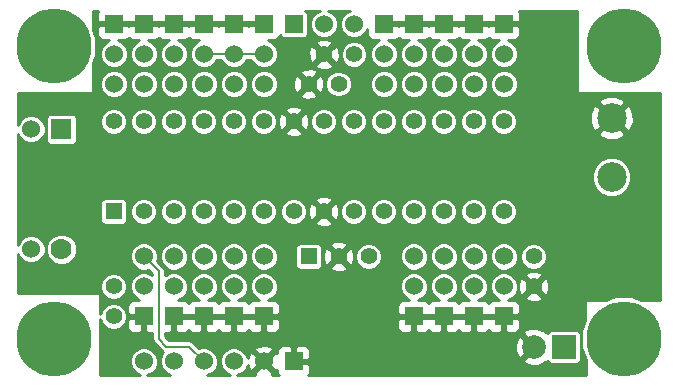
<source format=gbl>
G04 (created by PCBNEW-RS274X (2012-01-19 BZR 3256)-stable) date 7/25/2012 10:56:42 AM*
G01*
G70*
G90*
%MOIN*%
G04 Gerber Fmt 3.4, Leading zero omitted, Abs format*
%FSLAX34Y34*%
G04 APERTURE LIST*
%ADD10C,0.006000*%
%ADD11R,0.055000X0.055000*%
%ADD12C,0.055000*%
%ADD13C,0.250000*%
%ADD14R,0.078700X0.078700*%
%ADD15C,0.078700*%
%ADD16C,0.098400*%
%ADD17R,0.060000X0.060000*%
%ADD18C,0.060000*%
%ADD19C,0.070000*%
%ADD20R,0.070000X0.070000*%
%ADD21C,0.035000*%
%ADD22C,0.008000*%
%ADD23C,0.010000*%
G04 APERTURE END LIST*
G54D10*
G54D11*
X60500Y-42000D03*
G54D12*
X61500Y-42000D03*
X62500Y-42000D03*
G54D13*
X52000Y-35000D03*
X71000Y-35000D03*
X52000Y-44750D03*
X71000Y-44750D03*
G54D12*
X61500Y-36250D03*
X60500Y-36250D03*
X68000Y-42000D03*
X68000Y-43000D03*
X54000Y-44000D03*
X54000Y-43000D03*
X62010Y-35260D03*
X61010Y-35260D03*
X55000Y-40500D03*
X56000Y-40500D03*
X57000Y-40500D03*
X58000Y-40500D03*
X59000Y-40500D03*
X60000Y-40500D03*
X61000Y-40500D03*
X62000Y-40500D03*
X63000Y-40500D03*
X64000Y-40500D03*
X65000Y-40500D03*
X66000Y-40500D03*
X67000Y-40500D03*
G54D11*
X54000Y-40500D03*
G54D12*
X67000Y-37500D03*
X66000Y-37500D03*
X65000Y-37500D03*
X64000Y-37500D03*
X63000Y-37500D03*
X62000Y-37500D03*
X61000Y-37500D03*
X60000Y-37500D03*
X59000Y-37500D03*
X58000Y-37500D03*
X57000Y-37500D03*
X56000Y-37500D03*
X55000Y-37500D03*
X54000Y-37500D03*
G54D14*
X69010Y-45010D03*
G54D15*
X68010Y-45010D03*
G54D16*
X70600Y-39350D03*
X70600Y-37381D03*
G54D17*
X60000Y-45500D03*
G54D18*
X59000Y-45500D03*
X58000Y-45500D03*
X57000Y-45500D03*
X56000Y-45500D03*
X55000Y-45500D03*
G54D17*
X59000Y-44000D03*
G54D18*
X59000Y-43000D03*
X59000Y-42000D03*
G54D17*
X63000Y-34250D03*
G54D18*
X63000Y-35250D03*
X63000Y-36250D03*
G54D17*
X64000Y-34250D03*
G54D18*
X64000Y-35250D03*
X64000Y-36250D03*
G54D17*
X65000Y-34250D03*
G54D18*
X65000Y-35250D03*
X65000Y-36250D03*
G54D17*
X66000Y-34250D03*
G54D18*
X66000Y-35250D03*
X66000Y-36250D03*
G54D17*
X67000Y-34250D03*
G54D18*
X67000Y-35250D03*
X67000Y-36250D03*
G54D17*
X67000Y-44000D03*
G54D18*
X67000Y-43000D03*
X67000Y-42000D03*
G54D17*
X66000Y-44000D03*
G54D18*
X66000Y-43000D03*
X66000Y-42000D03*
G54D17*
X65000Y-44000D03*
G54D18*
X65000Y-43000D03*
X65000Y-42000D03*
G54D17*
X64000Y-44000D03*
G54D18*
X64000Y-43000D03*
X64000Y-42000D03*
G54D17*
X59000Y-34250D03*
G54D18*
X59000Y-35250D03*
X59000Y-36250D03*
G54D17*
X58000Y-44000D03*
G54D18*
X58000Y-43000D03*
X58000Y-42000D03*
G54D17*
X57000Y-44000D03*
G54D18*
X57000Y-43000D03*
X57000Y-42000D03*
G54D17*
X56000Y-44000D03*
G54D18*
X56000Y-43000D03*
X56000Y-42000D03*
G54D17*
X55000Y-44000D03*
G54D18*
X55000Y-43000D03*
X55000Y-42000D03*
G54D17*
X54000Y-34250D03*
G54D18*
X54000Y-35250D03*
X54000Y-36250D03*
G54D17*
X55000Y-34250D03*
G54D18*
X55000Y-35250D03*
X55000Y-36250D03*
G54D17*
X56000Y-34250D03*
G54D18*
X56000Y-35250D03*
X56000Y-36250D03*
G54D17*
X57000Y-34250D03*
G54D18*
X57000Y-35250D03*
X57000Y-36250D03*
G54D17*
X58000Y-34250D03*
G54D18*
X58000Y-35250D03*
X58000Y-36250D03*
G54D19*
X52260Y-41760D03*
G54D20*
X52260Y-37760D03*
G54D18*
X51260Y-37760D03*
X51260Y-41760D03*
G54D17*
X60010Y-34260D03*
G54D18*
X61010Y-34260D03*
X62010Y-34260D03*
G54D21*
X69600Y-40450D03*
G54D22*
X55500Y-44750D02*
X55760Y-45010D01*
X56510Y-45010D02*
X57000Y-45500D01*
X55500Y-42500D02*
X55500Y-44750D01*
X55760Y-45010D02*
X56510Y-45010D01*
X55000Y-42000D02*
X55500Y-42500D01*
X57000Y-35250D02*
X58000Y-35250D01*
X59000Y-35250D02*
X58000Y-35250D01*
G54D10*
G36*
X72210Y-43460D02*
X71593Y-43460D01*
X71331Y-43350D01*
X71331Y-37505D01*
X71323Y-37216D01*
X71228Y-36986D01*
X71115Y-36937D01*
X71044Y-37008D01*
X71044Y-36866D01*
X70995Y-36753D01*
X70724Y-36650D01*
X70435Y-36658D01*
X70205Y-36753D01*
X70156Y-36866D01*
X70600Y-37310D01*
X71044Y-36866D01*
X71044Y-37008D01*
X70671Y-37381D01*
X71115Y-37825D01*
X71228Y-37776D01*
X71331Y-37505D01*
X71331Y-43350D01*
X71283Y-43331D01*
X71261Y-43331D01*
X71261Y-39482D01*
X71261Y-39219D01*
X71161Y-38976D01*
X71044Y-38859D01*
X71044Y-37896D01*
X70600Y-37452D01*
X70529Y-37523D01*
X70529Y-37381D01*
X70085Y-36937D01*
X69972Y-36986D01*
X69869Y-37257D01*
X69877Y-37546D01*
X69972Y-37776D01*
X70085Y-37825D01*
X70529Y-37381D01*
X70529Y-37523D01*
X70156Y-37896D01*
X70205Y-38009D01*
X70476Y-38112D01*
X70765Y-38104D01*
X70995Y-38009D01*
X71044Y-37896D01*
X71044Y-38859D01*
X70975Y-38790D01*
X70732Y-38689D01*
X70469Y-38689D01*
X70226Y-38789D01*
X70040Y-38975D01*
X69939Y-39218D01*
X69939Y-39481D01*
X70039Y-39724D01*
X70225Y-39910D01*
X70468Y-40011D01*
X70731Y-40011D01*
X70974Y-39911D01*
X71160Y-39725D01*
X71261Y-39482D01*
X71261Y-43331D01*
X70719Y-43331D01*
X70407Y-43460D01*
X69709Y-43460D01*
X69722Y-44127D01*
X69581Y-44467D01*
X69581Y-45031D01*
X69748Y-45435D01*
X69759Y-45960D01*
X69573Y-45960D01*
X69573Y-45437D01*
X69573Y-45369D01*
X69573Y-44583D01*
X69547Y-44521D01*
X69499Y-44473D01*
X69437Y-44447D01*
X69369Y-44447D01*
X68583Y-44447D01*
X68521Y-44473D01*
X68519Y-44475D01*
X68519Y-43074D01*
X68508Y-42870D01*
X68452Y-42733D01*
X68444Y-42730D01*
X68444Y-42089D01*
X68444Y-41912D01*
X68377Y-41749D01*
X68252Y-41624D01*
X68089Y-41556D01*
X67912Y-41556D01*
X67749Y-41623D01*
X67624Y-41748D01*
X67556Y-41911D01*
X67556Y-42088D01*
X67623Y-42251D01*
X67748Y-42376D01*
X67911Y-42444D01*
X68088Y-42444D01*
X68251Y-42377D01*
X68376Y-42252D01*
X68444Y-42089D01*
X68444Y-42730D01*
X68361Y-42710D01*
X68290Y-42781D01*
X68290Y-42639D01*
X68267Y-42548D01*
X68074Y-42481D01*
X67870Y-42492D01*
X67733Y-42548D01*
X67710Y-42639D01*
X68000Y-42929D01*
X68290Y-42639D01*
X68290Y-42781D01*
X68071Y-43000D01*
X68361Y-43290D01*
X68452Y-43267D01*
X68519Y-43074D01*
X68519Y-44475D01*
X68473Y-44521D01*
X68465Y-44540D01*
X68402Y-44477D01*
X68364Y-44514D01*
X68346Y-44462D01*
X68290Y-44441D01*
X68290Y-43361D01*
X68000Y-43071D01*
X67929Y-43142D01*
X67929Y-43000D01*
X67639Y-42710D01*
X67548Y-42733D01*
X67481Y-42926D01*
X67492Y-43130D01*
X67548Y-43267D01*
X67639Y-43290D01*
X67929Y-43000D01*
X67929Y-43142D01*
X67710Y-43361D01*
X67733Y-43452D01*
X67926Y-43519D01*
X68130Y-43508D01*
X68267Y-43452D01*
X68290Y-43361D01*
X68290Y-44441D01*
X68110Y-44375D01*
X67860Y-44385D01*
X67674Y-44462D01*
X67637Y-44566D01*
X67975Y-44904D01*
X68010Y-44939D01*
X68081Y-45010D01*
X68010Y-45081D01*
X67975Y-45116D01*
X67939Y-45152D01*
X67939Y-45010D01*
X67566Y-44637D01*
X67550Y-44642D01*
X67550Y-44112D01*
X67550Y-43888D01*
X67549Y-43651D01*
X67511Y-43559D01*
X67441Y-43489D01*
X67350Y-43451D01*
X67251Y-43451D01*
X67141Y-43450D01*
X67266Y-43399D01*
X67398Y-43267D01*
X67470Y-43094D01*
X67470Y-42907D01*
X67470Y-42094D01*
X67470Y-41907D01*
X67470Y-36344D01*
X67470Y-36157D01*
X67399Y-35984D01*
X67267Y-35852D01*
X67094Y-35780D01*
X66907Y-35780D01*
X66734Y-35851D01*
X66602Y-35983D01*
X66530Y-36156D01*
X66530Y-36343D01*
X66601Y-36516D01*
X66733Y-36648D01*
X66906Y-36720D01*
X67093Y-36720D01*
X67266Y-36649D01*
X67398Y-36517D01*
X67470Y-36344D01*
X67470Y-41907D01*
X67444Y-41843D01*
X67444Y-40589D01*
X67444Y-40412D01*
X67444Y-37589D01*
X67444Y-37412D01*
X67377Y-37249D01*
X67252Y-37124D01*
X67089Y-37056D01*
X66912Y-37056D01*
X66749Y-37123D01*
X66624Y-37248D01*
X66556Y-37411D01*
X66556Y-37588D01*
X66623Y-37751D01*
X66748Y-37876D01*
X66911Y-37944D01*
X67088Y-37944D01*
X67251Y-37877D01*
X67376Y-37752D01*
X67444Y-37589D01*
X67444Y-40412D01*
X67377Y-40249D01*
X67252Y-40124D01*
X67089Y-40056D01*
X66912Y-40056D01*
X66749Y-40123D01*
X66624Y-40248D01*
X66556Y-40411D01*
X66556Y-40588D01*
X66623Y-40751D01*
X66748Y-40876D01*
X66911Y-40944D01*
X67088Y-40944D01*
X67251Y-40877D01*
X67376Y-40752D01*
X67444Y-40589D01*
X67444Y-41843D01*
X67399Y-41734D01*
X67267Y-41602D01*
X67094Y-41530D01*
X66907Y-41530D01*
X66734Y-41601D01*
X66602Y-41733D01*
X66530Y-41906D01*
X66530Y-42093D01*
X66601Y-42266D01*
X66733Y-42398D01*
X66906Y-42470D01*
X67093Y-42470D01*
X67266Y-42399D01*
X67398Y-42267D01*
X67470Y-42094D01*
X67470Y-42907D01*
X67399Y-42734D01*
X67267Y-42602D01*
X67094Y-42530D01*
X66907Y-42530D01*
X66734Y-42601D01*
X66602Y-42733D01*
X66530Y-42906D01*
X66530Y-43093D01*
X66601Y-43266D01*
X66733Y-43398D01*
X66858Y-43450D01*
X66749Y-43451D01*
X66650Y-43451D01*
X66559Y-43489D01*
X66500Y-43548D01*
X66441Y-43489D01*
X66350Y-43451D01*
X66251Y-43451D01*
X66141Y-43450D01*
X66266Y-43399D01*
X66398Y-43267D01*
X66470Y-43094D01*
X66470Y-42907D01*
X66470Y-42094D01*
X66470Y-41907D01*
X66470Y-36344D01*
X66470Y-36157D01*
X66399Y-35984D01*
X66267Y-35852D01*
X66094Y-35780D01*
X65907Y-35780D01*
X65734Y-35851D01*
X65602Y-35983D01*
X65530Y-36156D01*
X65530Y-36343D01*
X65601Y-36516D01*
X65733Y-36648D01*
X65906Y-36720D01*
X66093Y-36720D01*
X66266Y-36649D01*
X66398Y-36517D01*
X66470Y-36344D01*
X66470Y-41907D01*
X66444Y-41843D01*
X66444Y-40589D01*
X66444Y-40412D01*
X66444Y-37589D01*
X66444Y-37412D01*
X66377Y-37249D01*
X66252Y-37124D01*
X66089Y-37056D01*
X65912Y-37056D01*
X65749Y-37123D01*
X65624Y-37248D01*
X65556Y-37411D01*
X65556Y-37588D01*
X65623Y-37751D01*
X65748Y-37876D01*
X65911Y-37944D01*
X66088Y-37944D01*
X66251Y-37877D01*
X66376Y-37752D01*
X66444Y-37589D01*
X66444Y-40412D01*
X66377Y-40249D01*
X66252Y-40124D01*
X66089Y-40056D01*
X65912Y-40056D01*
X65749Y-40123D01*
X65624Y-40248D01*
X65556Y-40411D01*
X65556Y-40588D01*
X65623Y-40751D01*
X65748Y-40876D01*
X65911Y-40944D01*
X66088Y-40944D01*
X66251Y-40877D01*
X66376Y-40752D01*
X66444Y-40589D01*
X66444Y-41843D01*
X66399Y-41734D01*
X66267Y-41602D01*
X66094Y-41530D01*
X65907Y-41530D01*
X65734Y-41601D01*
X65602Y-41733D01*
X65530Y-41906D01*
X65530Y-42093D01*
X65601Y-42266D01*
X65733Y-42398D01*
X65906Y-42470D01*
X66093Y-42470D01*
X66266Y-42399D01*
X66398Y-42267D01*
X66470Y-42094D01*
X66470Y-42907D01*
X66399Y-42734D01*
X66267Y-42602D01*
X66094Y-42530D01*
X65907Y-42530D01*
X65734Y-42601D01*
X65602Y-42733D01*
X65530Y-42906D01*
X65530Y-43093D01*
X65601Y-43266D01*
X65733Y-43398D01*
X65858Y-43450D01*
X65749Y-43451D01*
X65650Y-43451D01*
X65559Y-43489D01*
X65500Y-43548D01*
X65441Y-43489D01*
X65350Y-43451D01*
X65251Y-43451D01*
X65141Y-43450D01*
X65266Y-43399D01*
X65398Y-43267D01*
X65470Y-43094D01*
X65470Y-42907D01*
X65470Y-42094D01*
X65470Y-41907D01*
X65470Y-36344D01*
X65470Y-36157D01*
X65399Y-35984D01*
X65267Y-35852D01*
X65094Y-35780D01*
X64907Y-35780D01*
X64734Y-35851D01*
X64602Y-35983D01*
X64530Y-36156D01*
X64530Y-36343D01*
X64601Y-36516D01*
X64733Y-36648D01*
X64906Y-36720D01*
X65093Y-36720D01*
X65266Y-36649D01*
X65398Y-36517D01*
X65470Y-36344D01*
X65470Y-41907D01*
X65444Y-41843D01*
X65444Y-40589D01*
X65444Y-40412D01*
X65444Y-37589D01*
X65444Y-37412D01*
X65377Y-37249D01*
X65252Y-37124D01*
X65089Y-37056D01*
X64912Y-37056D01*
X64749Y-37123D01*
X64624Y-37248D01*
X64556Y-37411D01*
X64556Y-37588D01*
X64623Y-37751D01*
X64748Y-37876D01*
X64911Y-37944D01*
X65088Y-37944D01*
X65251Y-37877D01*
X65376Y-37752D01*
X65444Y-37589D01*
X65444Y-40412D01*
X65377Y-40249D01*
X65252Y-40124D01*
X65089Y-40056D01*
X64912Y-40056D01*
X64749Y-40123D01*
X64624Y-40248D01*
X64556Y-40411D01*
X64556Y-40588D01*
X64623Y-40751D01*
X64748Y-40876D01*
X64911Y-40944D01*
X65088Y-40944D01*
X65251Y-40877D01*
X65376Y-40752D01*
X65444Y-40589D01*
X65444Y-41843D01*
X65399Y-41734D01*
X65267Y-41602D01*
X65094Y-41530D01*
X64907Y-41530D01*
X64734Y-41601D01*
X64602Y-41733D01*
X64530Y-41906D01*
X64530Y-42093D01*
X64601Y-42266D01*
X64733Y-42398D01*
X64906Y-42470D01*
X65093Y-42470D01*
X65266Y-42399D01*
X65398Y-42267D01*
X65470Y-42094D01*
X65470Y-42907D01*
X65399Y-42734D01*
X65267Y-42602D01*
X65094Y-42530D01*
X64907Y-42530D01*
X64734Y-42601D01*
X64602Y-42733D01*
X64530Y-42906D01*
X64530Y-43093D01*
X64601Y-43266D01*
X64733Y-43398D01*
X64858Y-43450D01*
X64749Y-43451D01*
X64650Y-43451D01*
X64559Y-43489D01*
X64500Y-43548D01*
X64441Y-43489D01*
X64350Y-43451D01*
X64251Y-43451D01*
X64141Y-43450D01*
X64266Y-43399D01*
X64398Y-43267D01*
X64470Y-43094D01*
X64470Y-42907D01*
X64470Y-42094D01*
X64470Y-41907D01*
X64470Y-36344D01*
X64470Y-36157D01*
X64399Y-35984D01*
X64267Y-35852D01*
X64094Y-35780D01*
X63907Y-35780D01*
X63734Y-35851D01*
X63602Y-35983D01*
X63530Y-36156D01*
X63530Y-36343D01*
X63601Y-36516D01*
X63733Y-36648D01*
X63906Y-36720D01*
X64093Y-36720D01*
X64266Y-36649D01*
X64398Y-36517D01*
X64470Y-36344D01*
X64470Y-41907D01*
X64444Y-41843D01*
X64444Y-40589D01*
X64444Y-40412D01*
X64444Y-37589D01*
X64444Y-37412D01*
X64377Y-37249D01*
X64252Y-37124D01*
X64089Y-37056D01*
X63912Y-37056D01*
X63749Y-37123D01*
X63624Y-37248D01*
X63556Y-37411D01*
X63556Y-37588D01*
X63623Y-37751D01*
X63748Y-37876D01*
X63911Y-37944D01*
X64088Y-37944D01*
X64251Y-37877D01*
X64376Y-37752D01*
X64444Y-37589D01*
X64444Y-40412D01*
X64377Y-40249D01*
X64252Y-40124D01*
X64089Y-40056D01*
X63912Y-40056D01*
X63749Y-40123D01*
X63624Y-40248D01*
X63556Y-40411D01*
X63556Y-40588D01*
X63623Y-40751D01*
X63748Y-40876D01*
X63911Y-40944D01*
X64088Y-40944D01*
X64251Y-40877D01*
X64376Y-40752D01*
X64444Y-40589D01*
X64444Y-41843D01*
X64399Y-41734D01*
X64267Y-41602D01*
X64094Y-41530D01*
X63907Y-41530D01*
X63734Y-41601D01*
X63602Y-41733D01*
X63530Y-41906D01*
X63530Y-42093D01*
X63601Y-42266D01*
X63733Y-42398D01*
X63906Y-42470D01*
X64093Y-42470D01*
X64266Y-42399D01*
X64398Y-42267D01*
X64470Y-42094D01*
X64470Y-42907D01*
X64399Y-42734D01*
X64267Y-42602D01*
X64094Y-42530D01*
X63907Y-42530D01*
X63734Y-42601D01*
X63602Y-42733D01*
X63530Y-42906D01*
X63530Y-43093D01*
X63601Y-43266D01*
X63733Y-43398D01*
X63858Y-43450D01*
X63749Y-43451D01*
X63650Y-43451D01*
X63559Y-43489D01*
X63489Y-43559D01*
X63470Y-43605D01*
X63470Y-36344D01*
X63470Y-36157D01*
X63399Y-35984D01*
X63267Y-35852D01*
X63094Y-35780D01*
X62907Y-35780D01*
X62734Y-35851D01*
X62602Y-35983D01*
X62530Y-36156D01*
X62530Y-36343D01*
X62601Y-36516D01*
X62733Y-36648D01*
X62906Y-36720D01*
X63093Y-36720D01*
X63266Y-36649D01*
X63398Y-36517D01*
X63470Y-36344D01*
X63470Y-43605D01*
X63451Y-43651D01*
X63450Y-43888D01*
X63512Y-43950D01*
X63900Y-43950D01*
X63950Y-43950D01*
X64050Y-43950D01*
X64100Y-43950D01*
X64488Y-43950D01*
X64500Y-43938D01*
X64512Y-43950D01*
X64900Y-43950D01*
X64950Y-43950D01*
X65050Y-43950D01*
X65100Y-43950D01*
X65488Y-43950D01*
X65500Y-43938D01*
X65512Y-43950D01*
X65900Y-43950D01*
X65950Y-43950D01*
X66050Y-43950D01*
X66100Y-43950D01*
X66488Y-43950D01*
X66500Y-43938D01*
X66512Y-43950D01*
X66900Y-43950D01*
X66950Y-43950D01*
X67050Y-43950D01*
X67100Y-43950D01*
X67488Y-43950D01*
X67550Y-43888D01*
X67550Y-44112D01*
X67488Y-44050D01*
X67050Y-44050D01*
X67050Y-44488D01*
X67112Y-44550D01*
X67251Y-44549D01*
X67350Y-44549D01*
X67441Y-44511D01*
X67511Y-44441D01*
X67549Y-44349D01*
X67550Y-44112D01*
X67550Y-44642D01*
X67462Y-44674D01*
X67375Y-44910D01*
X67385Y-45160D01*
X67462Y-45346D01*
X67566Y-45383D01*
X67939Y-45010D01*
X67939Y-45152D01*
X67637Y-45454D01*
X67674Y-45558D01*
X67910Y-45645D01*
X68160Y-45635D01*
X68346Y-45558D01*
X68364Y-45505D01*
X68383Y-45524D01*
X68402Y-45543D01*
X68465Y-45479D01*
X68473Y-45499D01*
X68521Y-45547D01*
X68583Y-45573D01*
X68651Y-45573D01*
X69437Y-45573D01*
X69499Y-45547D01*
X69547Y-45499D01*
X69573Y-45437D01*
X69573Y-45960D01*
X68383Y-45960D01*
X66950Y-45960D01*
X66950Y-44488D01*
X66950Y-44050D01*
X66512Y-44050D01*
X66500Y-44062D01*
X66488Y-44050D01*
X66050Y-44050D01*
X66050Y-44488D01*
X66112Y-44550D01*
X66251Y-44549D01*
X66350Y-44549D01*
X66441Y-44511D01*
X66500Y-44452D01*
X66559Y-44511D01*
X66650Y-44549D01*
X66749Y-44549D01*
X66888Y-44550D01*
X66950Y-44488D01*
X66950Y-45960D01*
X65950Y-45960D01*
X65950Y-44488D01*
X65950Y-44050D01*
X65512Y-44050D01*
X65500Y-44062D01*
X65488Y-44050D01*
X65050Y-44050D01*
X65050Y-44488D01*
X65112Y-44550D01*
X65251Y-44549D01*
X65350Y-44549D01*
X65441Y-44511D01*
X65500Y-44452D01*
X65559Y-44511D01*
X65650Y-44549D01*
X65749Y-44549D01*
X65888Y-44550D01*
X65950Y-44488D01*
X65950Y-45960D01*
X64950Y-45960D01*
X64950Y-44488D01*
X64950Y-44050D01*
X64512Y-44050D01*
X64500Y-44062D01*
X64488Y-44050D01*
X64050Y-44050D01*
X64050Y-44488D01*
X64112Y-44550D01*
X64251Y-44549D01*
X64350Y-44549D01*
X64441Y-44511D01*
X64500Y-44452D01*
X64559Y-44511D01*
X64650Y-44549D01*
X64749Y-44549D01*
X64888Y-44550D01*
X64950Y-44488D01*
X64950Y-45960D01*
X63950Y-45960D01*
X63950Y-44488D01*
X63950Y-44050D01*
X63512Y-44050D01*
X63450Y-44112D01*
X63451Y-44349D01*
X63489Y-44441D01*
X63559Y-44511D01*
X63650Y-44549D01*
X63749Y-44549D01*
X63888Y-44550D01*
X63950Y-44488D01*
X63950Y-45960D01*
X63444Y-45960D01*
X63444Y-40589D01*
X63444Y-40412D01*
X63444Y-37589D01*
X63444Y-37412D01*
X63377Y-37249D01*
X63252Y-37124D01*
X63089Y-37056D01*
X62912Y-37056D01*
X62749Y-37123D01*
X62624Y-37248D01*
X62556Y-37411D01*
X62556Y-37588D01*
X62623Y-37751D01*
X62748Y-37876D01*
X62911Y-37944D01*
X63088Y-37944D01*
X63251Y-37877D01*
X63376Y-37752D01*
X63444Y-37589D01*
X63444Y-40412D01*
X63377Y-40249D01*
X63252Y-40124D01*
X63089Y-40056D01*
X62912Y-40056D01*
X62749Y-40123D01*
X62624Y-40248D01*
X62556Y-40411D01*
X62556Y-40588D01*
X62623Y-40751D01*
X62748Y-40876D01*
X62911Y-40944D01*
X63088Y-40944D01*
X63251Y-40877D01*
X63376Y-40752D01*
X63444Y-40589D01*
X63444Y-45960D01*
X62944Y-45960D01*
X62944Y-42089D01*
X62944Y-41912D01*
X62877Y-41749D01*
X62752Y-41624D01*
X62589Y-41556D01*
X62454Y-41556D01*
X62454Y-35349D01*
X62454Y-35172D01*
X62387Y-35009D01*
X62262Y-34884D01*
X62099Y-34816D01*
X61922Y-34816D01*
X61759Y-34883D01*
X61634Y-35008D01*
X61566Y-35171D01*
X61566Y-35348D01*
X61633Y-35511D01*
X61758Y-35636D01*
X61921Y-35704D01*
X62098Y-35704D01*
X62261Y-35637D01*
X62386Y-35512D01*
X62454Y-35349D01*
X62454Y-41556D01*
X62444Y-41556D01*
X62444Y-40589D01*
X62444Y-40412D01*
X62444Y-37589D01*
X62444Y-37412D01*
X62377Y-37249D01*
X62252Y-37124D01*
X62089Y-37056D01*
X61944Y-37056D01*
X61944Y-36339D01*
X61944Y-36162D01*
X61877Y-35999D01*
X61752Y-35874D01*
X61589Y-35806D01*
X61529Y-35806D01*
X61529Y-35334D01*
X61518Y-35130D01*
X61462Y-34993D01*
X61371Y-34970D01*
X61300Y-35041D01*
X61300Y-34899D01*
X61277Y-34808D01*
X61084Y-34741D01*
X60880Y-34752D01*
X60743Y-34808D01*
X60720Y-34899D01*
X61010Y-35189D01*
X61300Y-34899D01*
X61300Y-35041D01*
X61081Y-35260D01*
X61371Y-35550D01*
X61462Y-35527D01*
X61529Y-35334D01*
X61529Y-35806D01*
X61412Y-35806D01*
X61300Y-35852D01*
X61300Y-35621D01*
X61010Y-35331D01*
X60939Y-35402D01*
X60939Y-35260D01*
X60649Y-34970D01*
X60558Y-34993D01*
X60491Y-35186D01*
X60502Y-35390D01*
X60558Y-35527D01*
X60649Y-35550D01*
X60939Y-35260D01*
X60939Y-35402D01*
X60720Y-35621D01*
X60743Y-35712D01*
X60936Y-35779D01*
X61140Y-35768D01*
X61277Y-35712D01*
X61300Y-35621D01*
X61300Y-35852D01*
X61249Y-35873D01*
X61124Y-35998D01*
X61056Y-36161D01*
X61056Y-36338D01*
X61123Y-36501D01*
X61248Y-36626D01*
X61411Y-36694D01*
X61588Y-36694D01*
X61751Y-36627D01*
X61876Y-36502D01*
X61944Y-36339D01*
X61944Y-37056D01*
X61912Y-37056D01*
X61749Y-37123D01*
X61624Y-37248D01*
X61556Y-37411D01*
X61556Y-37588D01*
X61623Y-37751D01*
X61748Y-37876D01*
X61911Y-37944D01*
X62088Y-37944D01*
X62251Y-37877D01*
X62376Y-37752D01*
X62444Y-37589D01*
X62444Y-40412D01*
X62377Y-40249D01*
X62252Y-40124D01*
X62089Y-40056D01*
X61912Y-40056D01*
X61749Y-40123D01*
X61624Y-40248D01*
X61556Y-40411D01*
X61556Y-40588D01*
X61623Y-40751D01*
X61748Y-40876D01*
X61911Y-40944D01*
X62088Y-40944D01*
X62251Y-40877D01*
X62376Y-40752D01*
X62444Y-40589D01*
X62444Y-41556D01*
X62412Y-41556D01*
X62249Y-41623D01*
X62124Y-41748D01*
X62056Y-41911D01*
X62056Y-42088D01*
X62123Y-42251D01*
X62248Y-42376D01*
X62411Y-42444D01*
X62588Y-42444D01*
X62751Y-42377D01*
X62876Y-42252D01*
X62944Y-42089D01*
X62944Y-45960D01*
X62019Y-45960D01*
X62019Y-42074D01*
X62008Y-41870D01*
X61952Y-41733D01*
X61861Y-41710D01*
X61790Y-41781D01*
X61790Y-41639D01*
X61767Y-41548D01*
X61574Y-41481D01*
X61519Y-41483D01*
X61519Y-40574D01*
X61508Y-40370D01*
X61452Y-40233D01*
X61444Y-40230D01*
X61444Y-37589D01*
X61444Y-37412D01*
X61377Y-37249D01*
X61252Y-37124D01*
X61089Y-37056D01*
X61019Y-37056D01*
X61019Y-36324D01*
X61008Y-36120D01*
X60952Y-35983D01*
X60861Y-35960D01*
X60790Y-36031D01*
X60790Y-35889D01*
X60767Y-35798D01*
X60574Y-35731D01*
X60370Y-35742D01*
X60233Y-35798D01*
X60210Y-35889D01*
X60500Y-36179D01*
X60790Y-35889D01*
X60790Y-36031D01*
X60571Y-36250D01*
X60861Y-36540D01*
X60952Y-36517D01*
X61019Y-36324D01*
X61019Y-37056D01*
X60912Y-37056D01*
X60790Y-37106D01*
X60790Y-36611D01*
X60500Y-36321D01*
X60429Y-36392D01*
X60429Y-36250D01*
X60139Y-35960D01*
X60048Y-35983D01*
X59981Y-36176D01*
X59992Y-36380D01*
X60048Y-36517D01*
X60139Y-36540D01*
X60429Y-36250D01*
X60429Y-36392D01*
X60210Y-36611D01*
X60233Y-36702D01*
X60426Y-36769D01*
X60630Y-36758D01*
X60767Y-36702D01*
X60790Y-36611D01*
X60790Y-37106D01*
X60749Y-37123D01*
X60624Y-37248D01*
X60556Y-37411D01*
X60556Y-37588D01*
X60623Y-37751D01*
X60748Y-37876D01*
X60911Y-37944D01*
X61088Y-37944D01*
X61251Y-37877D01*
X61376Y-37752D01*
X61444Y-37589D01*
X61444Y-40230D01*
X61361Y-40210D01*
X61290Y-40281D01*
X61290Y-40139D01*
X61267Y-40048D01*
X61074Y-39981D01*
X60870Y-39992D01*
X60733Y-40048D01*
X60710Y-40139D01*
X61000Y-40429D01*
X61290Y-40139D01*
X61290Y-40281D01*
X61071Y-40500D01*
X61361Y-40790D01*
X61452Y-40767D01*
X61519Y-40574D01*
X61519Y-41483D01*
X61370Y-41492D01*
X61290Y-41524D01*
X61290Y-40861D01*
X61000Y-40571D01*
X60929Y-40642D01*
X60929Y-40500D01*
X60639Y-40210D01*
X60548Y-40233D01*
X60519Y-40316D01*
X60519Y-37574D01*
X60508Y-37370D01*
X60452Y-37233D01*
X60361Y-37210D01*
X60290Y-37281D01*
X60290Y-37139D01*
X60267Y-37048D01*
X60074Y-36981D01*
X59870Y-36992D01*
X59733Y-37048D01*
X59710Y-37139D01*
X60000Y-37429D01*
X60290Y-37139D01*
X60290Y-37281D01*
X60071Y-37500D01*
X60361Y-37790D01*
X60452Y-37767D01*
X60519Y-37574D01*
X60519Y-40316D01*
X60481Y-40426D01*
X60492Y-40630D01*
X60548Y-40767D01*
X60639Y-40790D01*
X60929Y-40500D01*
X60929Y-40642D01*
X60710Y-40861D01*
X60733Y-40952D01*
X60926Y-41019D01*
X61130Y-41008D01*
X61267Y-40952D01*
X61290Y-40861D01*
X61290Y-41524D01*
X61233Y-41548D01*
X61210Y-41639D01*
X61500Y-41929D01*
X61790Y-41639D01*
X61790Y-41781D01*
X61571Y-42000D01*
X61861Y-42290D01*
X61952Y-42267D01*
X62019Y-42074D01*
X62019Y-45960D01*
X61790Y-45960D01*
X61790Y-42361D01*
X61500Y-42071D01*
X61429Y-42142D01*
X61429Y-42000D01*
X61139Y-41710D01*
X61048Y-41733D01*
X60981Y-41926D01*
X60992Y-42130D01*
X61048Y-42267D01*
X61139Y-42290D01*
X61429Y-42000D01*
X61429Y-42142D01*
X61210Y-42361D01*
X61233Y-42452D01*
X61426Y-42519D01*
X61630Y-42508D01*
X61767Y-42452D01*
X61790Y-42361D01*
X61790Y-45960D01*
X60945Y-45960D01*
X60945Y-42309D01*
X60945Y-42241D01*
X60945Y-41691D01*
X60919Y-41629D01*
X60871Y-41581D01*
X60809Y-41555D01*
X60741Y-41555D01*
X60444Y-41555D01*
X60444Y-40589D01*
X60444Y-40412D01*
X60377Y-40249D01*
X60290Y-40162D01*
X60290Y-37861D01*
X60000Y-37571D01*
X59929Y-37642D01*
X59929Y-37500D01*
X59639Y-37210D01*
X59548Y-37233D01*
X59481Y-37426D01*
X59492Y-37630D01*
X59548Y-37767D01*
X59639Y-37790D01*
X59929Y-37500D01*
X59929Y-37642D01*
X59710Y-37861D01*
X59733Y-37952D01*
X59926Y-38019D01*
X60130Y-38008D01*
X60267Y-37952D01*
X60290Y-37861D01*
X60290Y-40162D01*
X60252Y-40124D01*
X60089Y-40056D01*
X59912Y-40056D01*
X59749Y-40123D01*
X59624Y-40248D01*
X59556Y-40411D01*
X59556Y-40588D01*
X59623Y-40751D01*
X59748Y-40876D01*
X59911Y-40944D01*
X60088Y-40944D01*
X60251Y-40877D01*
X60376Y-40752D01*
X60444Y-40589D01*
X60444Y-41555D01*
X60191Y-41555D01*
X60129Y-41581D01*
X60081Y-41629D01*
X60055Y-41691D01*
X60055Y-41759D01*
X60055Y-42309D01*
X60081Y-42371D01*
X60129Y-42419D01*
X60191Y-42445D01*
X60259Y-42445D01*
X60809Y-42445D01*
X60871Y-42419D01*
X60919Y-42371D01*
X60945Y-42309D01*
X60945Y-45960D01*
X60492Y-45960D01*
X60511Y-45941D01*
X60549Y-45850D01*
X60549Y-45751D01*
X60550Y-45612D01*
X60550Y-45388D01*
X60549Y-45249D01*
X60549Y-45150D01*
X60511Y-45059D01*
X60441Y-44989D01*
X60349Y-44951D01*
X60112Y-44950D01*
X60050Y-45012D01*
X60050Y-45450D01*
X60488Y-45450D01*
X60550Y-45388D01*
X60550Y-45612D01*
X60488Y-45550D01*
X60100Y-45550D01*
X60050Y-45550D01*
X59950Y-45550D01*
X59950Y-45450D01*
X59950Y-45400D01*
X59950Y-45012D01*
X59888Y-44950D01*
X59651Y-44951D01*
X59559Y-44989D01*
X59550Y-44998D01*
X59550Y-44112D01*
X59488Y-44050D01*
X59050Y-44050D01*
X59050Y-44488D01*
X59112Y-44550D01*
X59251Y-44549D01*
X59350Y-44549D01*
X59441Y-44511D01*
X59511Y-44441D01*
X59549Y-44349D01*
X59550Y-44112D01*
X59550Y-44998D01*
X59489Y-45059D01*
X59451Y-45150D01*
X59451Y-45212D01*
X59378Y-45192D01*
X59308Y-45262D01*
X59308Y-45122D01*
X59281Y-45028D01*
X59079Y-44957D01*
X58950Y-44963D01*
X58950Y-44488D01*
X58950Y-44050D01*
X58512Y-44050D01*
X58500Y-44062D01*
X58488Y-44050D01*
X58050Y-44050D01*
X58050Y-44488D01*
X58112Y-44550D01*
X58251Y-44549D01*
X58350Y-44549D01*
X58441Y-44511D01*
X58500Y-44452D01*
X58559Y-44511D01*
X58650Y-44549D01*
X58749Y-44549D01*
X58888Y-44550D01*
X58950Y-44488D01*
X58950Y-44963D01*
X58866Y-44968D01*
X58719Y-45028D01*
X58692Y-45122D01*
X59000Y-45429D01*
X59308Y-45122D01*
X59308Y-45262D01*
X59071Y-45500D01*
X59378Y-45808D01*
X59451Y-45787D01*
X59451Y-45850D01*
X59489Y-45941D01*
X59508Y-45960D01*
X59284Y-45960D01*
X59308Y-45878D01*
X59000Y-45571D01*
X58692Y-45878D01*
X58715Y-45960D01*
X58117Y-45960D01*
X58266Y-45899D01*
X58398Y-45767D01*
X58466Y-45602D01*
X58468Y-45634D01*
X58528Y-45781D01*
X58622Y-45808D01*
X58929Y-45500D01*
X58622Y-45192D01*
X58528Y-45219D01*
X58465Y-45396D01*
X58399Y-45234D01*
X58267Y-45102D01*
X58094Y-45030D01*
X57950Y-45030D01*
X57950Y-44488D01*
X57950Y-44050D01*
X57512Y-44050D01*
X57500Y-44062D01*
X57488Y-44050D01*
X57050Y-44050D01*
X57050Y-44488D01*
X57112Y-44550D01*
X57251Y-44549D01*
X57350Y-44549D01*
X57441Y-44511D01*
X57500Y-44452D01*
X57559Y-44511D01*
X57650Y-44549D01*
X57749Y-44549D01*
X57888Y-44550D01*
X57950Y-44488D01*
X57950Y-45030D01*
X57907Y-45030D01*
X57734Y-45101D01*
X57602Y-45233D01*
X57530Y-45406D01*
X57530Y-45593D01*
X57601Y-45766D01*
X57733Y-45898D01*
X57881Y-45960D01*
X57117Y-45960D01*
X57266Y-45899D01*
X57398Y-45767D01*
X57470Y-45594D01*
X57470Y-45407D01*
X57399Y-45234D01*
X57267Y-45102D01*
X57094Y-45030D01*
X56950Y-45030D01*
X56950Y-44488D01*
X56950Y-44050D01*
X56512Y-44050D01*
X56500Y-44062D01*
X56488Y-44050D01*
X56050Y-44050D01*
X56050Y-44488D01*
X56112Y-44550D01*
X56251Y-44549D01*
X56350Y-44549D01*
X56441Y-44511D01*
X56500Y-44452D01*
X56559Y-44511D01*
X56650Y-44549D01*
X56749Y-44549D01*
X56888Y-44550D01*
X56950Y-44488D01*
X56950Y-45030D01*
X56907Y-45030D01*
X56849Y-45053D01*
X56658Y-44862D01*
X56591Y-44816D01*
X56577Y-44813D01*
X56510Y-44800D01*
X55846Y-44800D01*
X55710Y-44663D01*
X55710Y-44549D01*
X55749Y-44549D01*
X55888Y-44550D01*
X55950Y-44488D01*
X55950Y-44100D01*
X55950Y-44050D01*
X55950Y-43950D01*
X56050Y-43950D01*
X56100Y-43950D01*
X56488Y-43950D01*
X56500Y-43938D01*
X56512Y-43950D01*
X56900Y-43950D01*
X56950Y-43950D01*
X57050Y-43950D01*
X57100Y-43950D01*
X57488Y-43950D01*
X57500Y-43938D01*
X57512Y-43950D01*
X57900Y-43950D01*
X57950Y-43950D01*
X58050Y-43950D01*
X58100Y-43950D01*
X58488Y-43950D01*
X58500Y-43938D01*
X58512Y-43950D01*
X58900Y-43950D01*
X58950Y-43950D01*
X59050Y-43950D01*
X59100Y-43950D01*
X59488Y-43950D01*
X59550Y-43888D01*
X59549Y-43651D01*
X59511Y-43559D01*
X59441Y-43489D01*
X59350Y-43451D01*
X59251Y-43451D01*
X59141Y-43450D01*
X59266Y-43399D01*
X59398Y-43267D01*
X59470Y-43094D01*
X59470Y-42907D01*
X59470Y-42094D01*
X59470Y-41907D01*
X59470Y-36344D01*
X59470Y-36157D01*
X59399Y-35984D01*
X59267Y-35852D01*
X59094Y-35780D01*
X58907Y-35780D01*
X58734Y-35851D01*
X58602Y-35983D01*
X58530Y-36156D01*
X58530Y-36343D01*
X58601Y-36516D01*
X58733Y-36648D01*
X58906Y-36720D01*
X59093Y-36720D01*
X59266Y-36649D01*
X59398Y-36517D01*
X59470Y-36344D01*
X59470Y-41907D01*
X59444Y-41843D01*
X59444Y-40589D01*
X59444Y-40412D01*
X59444Y-37589D01*
X59444Y-37412D01*
X59377Y-37249D01*
X59252Y-37124D01*
X59089Y-37056D01*
X58912Y-37056D01*
X58749Y-37123D01*
X58624Y-37248D01*
X58556Y-37411D01*
X58556Y-37588D01*
X58623Y-37751D01*
X58748Y-37876D01*
X58911Y-37944D01*
X59088Y-37944D01*
X59251Y-37877D01*
X59376Y-37752D01*
X59444Y-37589D01*
X59444Y-40412D01*
X59377Y-40249D01*
X59252Y-40124D01*
X59089Y-40056D01*
X58912Y-40056D01*
X58749Y-40123D01*
X58624Y-40248D01*
X58556Y-40411D01*
X58556Y-40588D01*
X58623Y-40751D01*
X58748Y-40876D01*
X58911Y-40944D01*
X59088Y-40944D01*
X59251Y-40877D01*
X59376Y-40752D01*
X59444Y-40589D01*
X59444Y-41843D01*
X59399Y-41734D01*
X59267Y-41602D01*
X59094Y-41530D01*
X58907Y-41530D01*
X58734Y-41601D01*
X58602Y-41733D01*
X58530Y-41906D01*
X58530Y-42093D01*
X58601Y-42266D01*
X58733Y-42398D01*
X58906Y-42470D01*
X59093Y-42470D01*
X59266Y-42399D01*
X59398Y-42267D01*
X59470Y-42094D01*
X59470Y-42907D01*
X59399Y-42734D01*
X59267Y-42602D01*
X59094Y-42530D01*
X58907Y-42530D01*
X58734Y-42601D01*
X58602Y-42733D01*
X58530Y-42906D01*
X58530Y-43093D01*
X58601Y-43266D01*
X58733Y-43398D01*
X58858Y-43450D01*
X58749Y-43451D01*
X58650Y-43451D01*
X58559Y-43489D01*
X58500Y-43548D01*
X58441Y-43489D01*
X58350Y-43451D01*
X58251Y-43451D01*
X58141Y-43450D01*
X58266Y-43399D01*
X58398Y-43267D01*
X58470Y-43094D01*
X58470Y-42907D01*
X58470Y-42094D01*
X58470Y-41907D01*
X58470Y-36344D01*
X58470Y-36157D01*
X58399Y-35984D01*
X58267Y-35852D01*
X58094Y-35780D01*
X57907Y-35780D01*
X57734Y-35851D01*
X57602Y-35983D01*
X57530Y-36156D01*
X57530Y-36343D01*
X57601Y-36516D01*
X57733Y-36648D01*
X57906Y-36720D01*
X58093Y-36720D01*
X58266Y-36649D01*
X58398Y-36517D01*
X58470Y-36344D01*
X58470Y-41907D01*
X58444Y-41843D01*
X58444Y-40589D01*
X58444Y-40412D01*
X58444Y-37589D01*
X58444Y-37412D01*
X58377Y-37249D01*
X58252Y-37124D01*
X58089Y-37056D01*
X57912Y-37056D01*
X57749Y-37123D01*
X57624Y-37248D01*
X57556Y-37411D01*
X57556Y-37588D01*
X57623Y-37751D01*
X57748Y-37876D01*
X57911Y-37944D01*
X58088Y-37944D01*
X58251Y-37877D01*
X58376Y-37752D01*
X58444Y-37589D01*
X58444Y-40412D01*
X58377Y-40249D01*
X58252Y-40124D01*
X58089Y-40056D01*
X57912Y-40056D01*
X57749Y-40123D01*
X57624Y-40248D01*
X57556Y-40411D01*
X57556Y-40588D01*
X57623Y-40751D01*
X57748Y-40876D01*
X57911Y-40944D01*
X58088Y-40944D01*
X58251Y-40877D01*
X58376Y-40752D01*
X58444Y-40589D01*
X58444Y-41843D01*
X58399Y-41734D01*
X58267Y-41602D01*
X58094Y-41530D01*
X57907Y-41530D01*
X57734Y-41601D01*
X57602Y-41733D01*
X57530Y-41906D01*
X57530Y-42093D01*
X57601Y-42266D01*
X57733Y-42398D01*
X57906Y-42470D01*
X58093Y-42470D01*
X58266Y-42399D01*
X58398Y-42267D01*
X58470Y-42094D01*
X58470Y-42907D01*
X58399Y-42734D01*
X58267Y-42602D01*
X58094Y-42530D01*
X57907Y-42530D01*
X57734Y-42601D01*
X57602Y-42733D01*
X57530Y-42906D01*
X57530Y-43093D01*
X57601Y-43266D01*
X57733Y-43398D01*
X57858Y-43450D01*
X57749Y-43451D01*
X57650Y-43451D01*
X57559Y-43489D01*
X57500Y-43548D01*
X57441Y-43489D01*
X57350Y-43451D01*
X57251Y-43451D01*
X57141Y-43450D01*
X57266Y-43399D01*
X57398Y-43267D01*
X57470Y-43094D01*
X57470Y-42907D01*
X57470Y-42094D01*
X57470Y-41907D01*
X57470Y-36344D01*
X57470Y-36157D01*
X57399Y-35984D01*
X57267Y-35852D01*
X57094Y-35780D01*
X56907Y-35780D01*
X56734Y-35851D01*
X56602Y-35983D01*
X56530Y-36156D01*
X56530Y-36343D01*
X56601Y-36516D01*
X56733Y-36648D01*
X56906Y-36720D01*
X57093Y-36720D01*
X57266Y-36649D01*
X57398Y-36517D01*
X57470Y-36344D01*
X57470Y-41907D01*
X57444Y-41843D01*
X57444Y-40589D01*
X57444Y-40412D01*
X57444Y-37589D01*
X57444Y-37412D01*
X57377Y-37249D01*
X57252Y-37124D01*
X57089Y-37056D01*
X56912Y-37056D01*
X56749Y-37123D01*
X56624Y-37248D01*
X56556Y-37411D01*
X56556Y-37588D01*
X56623Y-37751D01*
X56748Y-37876D01*
X56911Y-37944D01*
X57088Y-37944D01*
X57251Y-37877D01*
X57376Y-37752D01*
X57444Y-37589D01*
X57444Y-40412D01*
X57377Y-40249D01*
X57252Y-40124D01*
X57089Y-40056D01*
X56912Y-40056D01*
X56749Y-40123D01*
X56624Y-40248D01*
X56556Y-40411D01*
X56556Y-40588D01*
X56623Y-40751D01*
X56748Y-40876D01*
X56911Y-40944D01*
X57088Y-40944D01*
X57251Y-40877D01*
X57376Y-40752D01*
X57444Y-40589D01*
X57444Y-41843D01*
X57399Y-41734D01*
X57267Y-41602D01*
X57094Y-41530D01*
X56907Y-41530D01*
X56734Y-41601D01*
X56602Y-41733D01*
X56530Y-41906D01*
X56530Y-42093D01*
X56601Y-42266D01*
X56733Y-42398D01*
X56906Y-42470D01*
X57093Y-42470D01*
X57266Y-42399D01*
X57398Y-42267D01*
X57470Y-42094D01*
X57470Y-42907D01*
X57399Y-42734D01*
X57267Y-42602D01*
X57094Y-42530D01*
X56907Y-42530D01*
X56734Y-42601D01*
X56602Y-42733D01*
X56530Y-42906D01*
X56530Y-43093D01*
X56601Y-43266D01*
X56733Y-43398D01*
X56858Y-43450D01*
X56749Y-43451D01*
X56650Y-43451D01*
X56559Y-43489D01*
X56500Y-43548D01*
X56441Y-43489D01*
X56350Y-43451D01*
X56251Y-43451D01*
X56141Y-43450D01*
X56266Y-43399D01*
X56398Y-43267D01*
X56470Y-43094D01*
X56470Y-42907D01*
X56470Y-42094D01*
X56470Y-41907D01*
X56470Y-36344D01*
X56470Y-36157D01*
X56399Y-35984D01*
X56267Y-35852D01*
X56094Y-35780D01*
X55907Y-35780D01*
X55734Y-35851D01*
X55602Y-35983D01*
X55530Y-36156D01*
X55530Y-36343D01*
X55601Y-36516D01*
X55733Y-36648D01*
X55906Y-36720D01*
X56093Y-36720D01*
X56266Y-36649D01*
X56398Y-36517D01*
X56470Y-36344D01*
X56470Y-41907D01*
X56444Y-41843D01*
X56444Y-40589D01*
X56444Y-40412D01*
X56444Y-37589D01*
X56444Y-37412D01*
X56377Y-37249D01*
X56252Y-37124D01*
X56089Y-37056D01*
X55912Y-37056D01*
X55749Y-37123D01*
X55624Y-37248D01*
X55556Y-37411D01*
X55556Y-37588D01*
X55623Y-37751D01*
X55748Y-37876D01*
X55911Y-37944D01*
X56088Y-37944D01*
X56251Y-37877D01*
X56376Y-37752D01*
X56444Y-37589D01*
X56444Y-40412D01*
X56377Y-40249D01*
X56252Y-40124D01*
X56089Y-40056D01*
X55912Y-40056D01*
X55749Y-40123D01*
X55624Y-40248D01*
X55556Y-40411D01*
X55556Y-40588D01*
X55623Y-40751D01*
X55748Y-40876D01*
X55911Y-40944D01*
X56088Y-40944D01*
X56251Y-40877D01*
X56376Y-40752D01*
X56444Y-40589D01*
X56444Y-41843D01*
X56399Y-41734D01*
X56267Y-41602D01*
X56094Y-41530D01*
X55907Y-41530D01*
X55734Y-41601D01*
X55602Y-41733D01*
X55530Y-41906D01*
X55530Y-42093D01*
X55601Y-42266D01*
X55733Y-42398D01*
X55906Y-42470D01*
X56093Y-42470D01*
X56266Y-42399D01*
X56398Y-42267D01*
X56470Y-42094D01*
X56470Y-42907D01*
X56399Y-42734D01*
X56267Y-42602D01*
X56094Y-42530D01*
X55907Y-42530D01*
X55734Y-42601D01*
X55710Y-42625D01*
X55710Y-42500D01*
X55696Y-42432D01*
X55694Y-42420D01*
X55694Y-42419D01*
X55648Y-42352D01*
X55648Y-42351D01*
X55446Y-42150D01*
X55470Y-42094D01*
X55470Y-41907D01*
X55470Y-36344D01*
X55470Y-36157D01*
X55399Y-35984D01*
X55267Y-35852D01*
X55094Y-35780D01*
X54907Y-35780D01*
X54734Y-35851D01*
X54602Y-35983D01*
X54530Y-36156D01*
X54530Y-36343D01*
X54601Y-36516D01*
X54733Y-36648D01*
X54906Y-36720D01*
X55093Y-36720D01*
X55266Y-36649D01*
X55398Y-36517D01*
X55470Y-36344D01*
X55470Y-41907D01*
X55444Y-41843D01*
X55444Y-40589D01*
X55444Y-40412D01*
X55444Y-37589D01*
X55444Y-37412D01*
X55377Y-37249D01*
X55252Y-37124D01*
X55089Y-37056D01*
X54912Y-37056D01*
X54749Y-37123D01*
X54624Y-37248D01*
X54556Y-37411D01*
X54556Y-37588D01*
X54623Y-37751D01*
X54748Y-37876D01*
X54911Y-37944D01*
X55088Y-37944D01*
X55251Y-37877D01*
X55376Y-37752D01*
X55444Y-37589D01*
X55444Y-40412D01*
X55377Y-40249D01*
X55252Y-40124D01*
X55089Y-40056D01*
X54912Y-40056D01*
X54749Y-40123D01*
X54624Y-40248D01*
X54556Y-40411D01*
X54556Y-40588D01*
X54623Y-40751D01*
X54748Y-40876D01*
X54911Y-40944D01*
X55088Y-40944D01*
X55251Y-40877D01*
X55376Y-40752D01*
X55444Y-40589D01*
X55444Y-41843D01*
X55399Y-41734D01*
X55267Y-41602D01*
X55094Y-41530D01*
X54907Y-41530D01*
X54734Y-41601D01*
X54602Y-41733D01*
X54530Y-41906D01*
X54530Y-42093D01*
X54601Y-42266D01*
X54733Y-42398D01*
X54906Y-42470D01*
X55093Y-42470D01*
X55150Y-42446D01*
X55290Y-42586D01*
X55290Y-42625D01*
X55267Y-42602D01*
X55094Y-42530D01*
X54907Y-42530D01*
X54734Y-42601D01*
X54602Y-42733D01*
X54530Y-42906D01*
X54530Y-43093D01*
X54601Y-43266D01*
X54733Y-43398D01*
X54858Y-43450D01*
X54749Y-43451D01*
X54650Y-43451D01*
X54559Y-43489D01*
X54489Y-43559D01*
X54470Y-43605D01*
X54470Y-36344D01*
X54470Y-36157D01*
X54399Y-35984D01*
X54267Y-35852D01*
X54094Y-35780D01*
X53907Y-35780D01*
X53734Y-35851D01*
X53602Y-35983D01*
X53530Y-36156D01*
X53530Y-36343D01*
X53601Y-36516D01*
X53733Y-36648D01*
X53906Y-36720D01*
X54093Y-36720D01*
X54266Y-36649D01*
X54398Y-36517D01*
X54470Y-36344D01*
X54470Y-43605D01*
X54451Y-43651D01*
X54450Y-43888D01*
X54512Y-43950D01*
X54900Y-43950D01*
X54950Y-43950D01*
X55050Y-43950D01*
X55050Y-44050D01*
X55050Y-44100D01*
X55050Y-44488D01*
X55112Y-44550D01*
X55251Y-44549D01*
X55290Y-44549D01*
X55290Y-44750D01*
X55303Y-44817D01*
X55306Y-44831D01*
X55352Y-44898D01*
X55611Y-45158D01*
X55612Y-45158D01*
X55650Y-45184D01*
X55602Y-45233D01*
X55530Y-45406D01*
X55530Y-45593D01*
X55601Y-45766D01*
X55733Y-45898D01*
X55881Y-45960D01*
X55117Y-45960D01*
X55266Y-45899D01*
X55398Y-45767D01*
X55470Y-45594D01*
X55470Y-45407D01*
X55399Y-45234D01*
X55267Y-45102D01*
X55094Y-45030D01*
X54950Y-45030D01*
X54950Y-44488D01*
X54950Y-44050D01*
X54512Y-44050D01*
X54450Y-44112D01*
X54451Y-44349D01*
X54489Y-44441D01*
X54559Y-44511D01*
X54650Y-44549D01*
X54749Y-44549D01*
X54888Y-44550D01*
X54950Y-44488D01*
X54950Y-45030D01*
X54907Y-45030D01*
X54734Y-45101D01*
X54602Y-45233D01*
X54530Y-45406D01*
X54530Y-45593D01*
X54601Y-45766D01*
X54733Y-45898D01*
X54881Y-45960D01*
X54445Y-45960D01*
X54445Y-40809D01*
X54445Y-40741D01*
X54445Y-40191D01*
X54444Y-40188D01*
X54444Y-37589D01*
X54444Y-37412D01*
X54377Y-37249D01*
X54252Y-37124D01*
X54089Y-37056D01*
X53912Y-37056D01*
X53749Y-37123D01*
X53624Y-37248D01*
X53556Y-37411D01*
X53556Y-37588D01*
X53623Y-37751D01*
X53748Y-37876D01*
X53911Y-37944D01*
X54088Y-37944D01*
X54251Y-37877D01*
X54376Y-37752D01*
X54444Y-37589D01*
X54444Y-40188D01*
X54419Y-40129D01*
X54371Y-40081D01*
X54309Y-40055D01*
X54241Y-40055D01*
X53691Y-40055D01*
X53629Y-40081D01*
X53581Y-40129D01*
X53555Y-40191D01*
X53555Y-40259D01*
X53555Y-40809D01*
X53581Y-40871D01*
X53629Y-40919D01*
X53691Y-40945D01*
X53759Y-40945D01*
X54309Y-40945D01*
X54371Y-40919D01*
X54419Y-40871D01*
X54445Y-40809D01*
X54445Y-45960D01*
X53560Y-45960D01*
X53560Y-44097D01*
X53623Y-44251D01*
X53748Y-44376D01*
X53911Y-44444D01*
X54088Y-44444D01*
X54251Y-44377D01*
X54376Y-44252D01*
X54444Y-44089D01*
X54444Y-43912D01*
X54444Y-43089D01*
X54444Y-42912D01*
X54377Y-42749D01*
X54252Y-42624D01*
X54089Y-42556D01*
X53912Y-42556D01*
X53749Y-42623D01*
X53624Y-42748D01*
X53556Y-42911D01*
X53556Y-43088D01*
X53623Y-43251D01*
X53748Y-43376D01*
X53911Y-43444D01*
X54088Y-43444D01*
X54251Y-43377D01*
X54376Y-43252D01*
X54444Y-43089D01*
X54444Y-43912D01*
X54377Y-43749D01*
X54252Y-43624D01*
X54089Y-43556D01*
X53912Y-43556D01*
X53749Y-43623D01*
X53624Y-43748D01*
X53560Y-43901D01*
X53560Y-43210D01*
X52780Y-43210D01*
X52780Y-41864D01*
X52780Y-41657D01*
X52780Y-38144D01*
X52780Y-38076D01*
X52780Y-37376D01*
X52754Y-37314D01*
X52706Y-37266D01*
X52644Y-37240D01*
X52576Y-37240D01*
X51876Y-37240D01*
X51814Y-37266D01*
X51766Y-37314D01*
X51740Y-37376D01*
X51740Y-37444D01*
X51740Y-38144D01*
X51766Y-38206D01*
X51814Y-38254D01*
X51876Y-38280D01*
X51944Y-38280D01*
X52644Y-38280D01*
X52706Y-38254D01*
X52754Y-38206D01*
X52780Y-38144D01*
X52780Y-41657D01*
X52701Y-41466D01*
X52555Y-41319D01*
X52364Y-41240D01*
X52157Y-41240D01*
X51966Y-41319D01*
X51819Y-41465D01*
X51740Y-41656D01*
X51740Y-41863D01*
X51819Y-42054D01*
X51965Y-42201D01*
X52156Y-42280D01*
X52363Y-42280D01*
X52554Y-42201D01*
X52701Y-42055D01*
X52780Y-41864D01*
X52780Y-43210D01*
X50810Y-43210D01*
X50810Y-41901D01*
X50861Y-42026D01*
X50993Y-42158D01*
X51166Y-42230D01*
X51353Y-42230D01*
X51526Y-42159D01*
X51658Y-42027D01*
X51730Y-41854D01*
X51730Y-41667D01*
X51659Y-41494D01*
X51527Y-41362D01*
X51354Y-41290D01*
X51167Y-41290D01*
X50994Y-41361D01*
X50862Y-41493D01*
X50810Y-41617D01*
X50810Y-37901D01*
X50861Y-38026D01*
X50993Y-38158D01*
X51166Y-38230D01*
X51353Y-38230D01*
X51526Y-38159D01*
X51658Y-38027D01*
X51730Y-37854D01*
X51730Y-37667D01*
X51659Y-37494D01*
X51527Y-37362D01*
X51354Y-37290D01*
X51167Y-37290D01*
X50994Y-37361D01*
X50862Y-37493D01*
X50810Y-37617D01*
X50810Y-36560D01*
X53310Y-36560D01*
X53310Y-35545D01*
X53419Y-35283D01*
X53419Y-34719D01*
X53310Y-34455D01*
X53310Y-33810D01*
X53488Y-33810D01*
X53451Y-33901D01*
X53450Y-34138D01*
X53512Y-34200D01*
X53900Y-34200D01*
X53950Y-34200D01*
X54050Y-34200D01*
X54100Y-34200D01*
X54488Y-34200D01*
X54500Y-34188D01*
X54512Y-34200D01*
X54900Y-34200D01*
X54950Y-34200D01*
X55050Y-34200D01*
X55100Y-34200D01*
X55488Y-34200D01*
X55500Y-34188D01*
X55512Y-34200D01*
X55900Y-34200D01*
X55950Y-34200D01*
X56050Y-34200D01*
X56100Y-34200D01*
X56488Y-34200D01*
X56500Y-34188D01*
X56512Y-34200D01*
X56900Y-34200D01*
X56950Y-34200D01*
X57050Y-34200D01*
X57100Y-34200D01*
X57488Y-34200D01*
X57500Y-34188D01*
X57512Y-34200D01*
X57900Y-34200D01*
X57950Y-34200D01*
X58050Y-34200D01*
X58100Y-34200D01*
X58488Y-34200D01*
X58500Y-34188D01*
X58512Y-34200D01*
X58900Y-34200D01*
X58950Y-34200D01*
X59050Y-34200D01*
X59050Y-34300D01*
X58950Y-34300D01*
X58900Y-34300D01*
X58512Y-34300D01*
X58500Y-34312D01*
X58488Y-34300D01*
X58100Y-34300D01*
X58050Y-34300D01*
X57950Y-34300D01*
X57900Y-34300D01*
X57512Y-34300D01*
X57500Y-34312D01*
X57488Y-34300D01*
X57100Y-34300D01*
X57050Y-34300D01*
X56950Y-34300D01*
X56900Y-34300D01*
X56512Y-34300D01*
X56500Y-34312D01*
X56488Y-34300D01*
X56100Y-34300D01*
X56050Y-34300D01*
X55950Y-34300D01*
X55900Y-34300D01*
X55512Y-34300D01*
X55500Y-34312D01*
X55488Y-34300D01*
X55100Y-34300D01*
X55050Y-34300D01*
X54950Y-34300D01*
X54900Y-34300D01*
X54512Y-34300D01*
X54500Y-34312D01*
X54488Y-34300D01*
X54100Y-34300D01*
X54050Y-34300D01*
X53950Y-34300D01*
X53900Y-34300D01*
X53512Y-34300D01*
X53450Y-34362D01*
X53451Y-34599D01*
X53489Y-34691D01*
X53559Y-34761D01*
X53650Y-34799D01*
X53749Y-34799D01*
X53858Y-34799D01*
X53734Y-34851D01*
X53602Y-34983D01*
X53530Y-35156D01*
X53530Y-35343D01*
X53601Y-35516D01*
X53733Y-35648D01*
X53906Y-35720D01*
X54093Y-35720D01*
X54266Y-35649D01*
X54398Y-35517D01*
X54470Y-35344D01*
X54470Y-35157D01*
X54399Y-34984D01*
X54267Y-34852D01*
X54141Y-34799D01*
X54251Y-34799D01*
X54350Y-34799D01*
X54441Y-34761D01*
X54500Y-34702D01*
X54559Y-34761D01*
X54650Y-34799D01*
X54749Y-34799D01*
X54858Y-34799D01*
X54734Y-34851D01*
X54602Y-34983D01*
X54530Y-35156D01*
X54530Y-35343D01*
X54601Y-35516D01*
X54733Y-35648D01*
X54906Y-35720D01*
X55093Y-35720D01*
X55266Y-35649D01*
X55398Y-35517D01*
X55470Y-35344D01*
X55470Y-35157D01*
X55399Y-34984D01*
X55267Y-34852D01*
X55141Y-34799D01*
X55251Y-34799D01*
X55350Y-34799D01*
X55441Y-34761D01*
X55500Y-34702D01*
X55559Y-34761D01*
X55650Y-34799D01*
X55749Y-34799D01*
X55858Y-34799D01*
X55734Y-34851D01*
X55602Y-34983D01*
X55530Y-35156D01*
X55530Y-35343D01*
X55601Y-35516D01*
X55733Y-35648D01*
X55906Y-35720D01*
X56093Y-35720D01*
X56266Y-35649D01*
X56398Y-35517D01*
X56470Y-35344D01*
X56470Y-35157D01*
X56399Y-34984D01*
X56267Y-34852D01*
X56141Y-34799D01*
X56251Y-34799D01*
X56350Y-34799D01*
X56441Y-34761D01*
X56500Y-34702D01*
X56559Y-34761D01*
X56650Y-34799D01*
X56749Y-34799D01*
X56858Y-34799D01*
X56734Y-34851D01*
X56602Y-34983D01*
X56530Y-35156D01*
X56530Y-35343D01*
X56601Y-35516D01*
X56733Y-35648D01*
X56906Y-35720D01*
X57093Y-35720D01*
X57266Y-35649D01*
X57398Y-35517D01*
X57421Y-35460D01*
X57578Y-35460D01*
X57601Y-35516D01*
X57733Y-35648D01*
X57906Y-35720D01*
X58093Y-35720D01*
X58266Y-35649D01*
X58398Y-35517D01*
X58421Y-35460D01*
X58578Y-35460D01*
X58601Y-35516D01*
X58733Y-35648D01*
X58906Y-35720D01*
X59093Y-35720D01*
X59266Y-35649D01*
X59398Y-35517D01*
X59470Y-35344D01*
X59470Y-35157D01*
X59399Y-34984D01*
X59267Y-34852D01*
X59141Y-34799D01*
X59251Y-34799D01*
X59350Y-34799D01*
X59441Y-34761D01*
X59511Y-34691D01*
X59545Y-34607D01*
X59566Y-34656D01*
X59614Y-34704D01*
X59676Y-34730D01*
X59744Y-34730D01*
X60344Y-34730D01*
X60406Y-34704D01*
X60454Y-34656D01*
X60480Y-34594D01*
X60480Y-34526D01*
X60480Y-33926D01*
X60454Y-33864D01*
X60406Y-33816D01*
X60391Y-33810D01*
X60868Y-33810D01*
X60744Y-33861D01*
X60612Y-33993D01*
X60540Y-34166D01*
X60540Y-34353D01*
X60611Y-34526D01*
X60743Y-34658D01*
X60916Y-34730D01*
X61103Y-34730D01*
X61276Y-34659D01*
X61408Y-34527D01*
X61480Y-34354D01*
X61480Y-34167D01*
X61409Y-33994D01*
X61277Y-33862D01*
X61152Y-33810D01*
X61868Y-33810D01*
X61744Y-33861D01*
X61612Y-33993D01*
X61540Y-34166D01*
X61540Y-34353D01*
X61611Y-34526D01*
X61743Y-34658D01*
X61916Y-34730D01*
X62103Y-34730D01*
X62276Y-34659D01*
X62408Y-34527D01*
X62450Y-34425D01*
X62451Y-34599D01*
X62489Y-34691D01*
X62559Y-34761D01*
X62650Y-34799D01*
X62749Y-34799D01*
X62858Y-34799D01*
X62734Y-34851D01*
X62602Y-34983D01*
X62530Y-35156D01*
X62530Y-35343D01*
X62601Y-35516D01*
X62733Y-35648D01*
X62906Y-35720D01*
X63093Y-35720D01*
X63266Y-35649D01*
X63398Y-35517D01*
X63470Y-35344D01*
X63470Y-35157D01*
X63399Y-34984D01*
X63267Y-34852D01*
X63141Y-34799D01*
X63251Y-34799D01*
X63350Y-34799D01*
X63441Y-34761D01*
X63500Y-34702D01*
X63559Y-34761D01*
X63650Y-34799D01*
X63749Y-34799D01*
X63858Y-34799D01*
X63734Y-34851D01*
X63602Y-34983D01*
X63530Y-35156D01*
X63530Y-35343D01*
X63601Y-35516D01*
X63733Y-35648D01*
X63906Y-35720D01*
X64093Y-35720D01*
X64266Y-35649D01*
X64398Y-35517D01*
X64470Y-35344D01*
X64470Y-35157D01*
X64399Y-34984D01*
X64267Y-34852D01*
X64141Y-34799D01*
X64251Y-34799D01*
X64350Y-34799D01*
X64441Y-34761D01*
X64500Y-34702D01*
X64559Y-34761D01*
X64650Y-34799D01*
X64749Y-34799D01*
X64858Y-34799D01*
X64734Y-34851D01*
X64602Y-34983D01*
X64530Y-35156D01*
X64530Y-35343D01*
X64601Y-35516D01*
X64733Y-35648D01*
X64906Y-35720D01*
X65093Y-35720D01*
X65266Y-35649D01*
X65398Y-35517D01*
X65470Y-35344D01*
X65470Y-35157D01*
X65399Y-34984D01*
X65267Y-34852D01*
X65141Y-34799D01*
X65251Y-34799D01*
X65350Y-34799D01*
X65441Y-34761D01*
X65500Y-34702D01*
X65559Y-34761D01*
X65650Y-34799D01*
X65749Y-34799D01*
X65858Y-34799D01*
X65734Y-34851D01*
X65602Y-34983D01*
X65530Y-35156D01*
X65530Y-35343D01*
X65601Y-35516D01*
X65733Y-35648D01*
X65906Y-35720D01*
X66093Y-35720D01*
X66266Y-35649D01*
X66398Y-35517D01*
X66470Y-35344D01*
X66470Y-35157D01*
X66399Y-34984D01*
X66267Y-34852D01*
X66141Y-34799D01*
X66251Y-34799D01*
X66350Y-34799D01*
X66441Y-34761D01*
X66500Y-34702D01*
X66559Y-34761D01*
X66650Y-34799D01*
X66749Y-34799D01*
X66858Y-34799D01*
X66734Y-34851D01*
X66602Y-34983D01*
X66530Y-35156D01*
X66530Y-35343D01*
X66601Y-35516D01*
X66733Y-35648D01*
X66906Y-35720D01*
X67093Y-35720D01*
X67266Y-35649D01*
X67398Y-35517D01*
X67470Y-35344D01*
X67470Y-35157D01*
X67399Y-34984D01*
X67267Y-34852D01*
X67141Y-34799D01*
X67251Y-34799D01*
X67350Y-34799D01*
X67441Y-34761D01*
X67511Y-34691D01*
X67549Y-34599D01*
X67550Y-34362D01*
X67488Y-34300D01*
X67100Y-34300D01*
X67050Y-34300D01*
X66950Y-34300D01*
X66900Y-34300D01*
X66512Y-34300D01*
X66500Y-34312D01*
X66488Y-34300D01*
X66100Y-34300D01*
X66050Y-34300D01*
X65950Y-34300D01*
X65900Y-34300D01*
X65512Y-34300D01*
X65500Y-34312D01*
X65488Y-34300D01*
X65100Y-34300D01*
X65050Y-34300D01*
X64950Y-34300D01*
X64900Y-34300D01*
X64512Y-34300D01*
X64500Y-34312D01*
X64488Y-34300D01*
X64100Y-34300D01*
X64050Y-34300D01*
X63950Y-34300D01*
X63900Y-34300D01*
X63512Y-34300D01*
X63500Y-34312D01*
X63488Y-34300D01*
X63100Y-34300D01*
X63050Y-34300D01*
X62950Y-34300D01*
X62950Y-34200D01*
X63050Y-34200D01*
X63100Y-34200D01*
X63488Y-34200D01*
X63500Y-34188D01*
X63512Y-34200D01*
X63900Y-34200D01*
X63950Y-34200D01*
X64050Y-34200D01*
X64100Y-34200D01*
X64488Y-34200D01*
X64500Y-34188D01*
X64512Y-34200D01*
X64900Y-34200D01*
X64950Y-34200D01*
X65050Y-34200D01*
X65100Y-34200D01*
X65488Y-34200D01*
X65500Y-34188D01*
X65512Y-34200D01*
X65900Y-34200D01*
X65950Y-34200D01*
X66050Y-34200D01*
X66100Y-34200D01*
X66488Y-34200D01*
X66500Y-34188D01*
X66512Y-34200D01*
X66900Y-34200D01*
X66950Y-34200D01*
X67050Y-34200D01*
X67100Y-34200D01*
X67488Y-34200D01*
X67550Y-34138D01*
X67549Y-33901D01*
X67511Y-33810D01*
X69460Y-33810D01*
X69460Y-36560D01*
X72210Y-36560D01*
X72210Y-43460D01*
X72210Y-43460D01*
G37*
G54D23*
X72210Y-43460D02*
X71593Y-43460D01*
X71331Y-43350D01*
X71331Y-37505D01*
X71323Y-37216D01*
X71228Y-36986D01*
X71115Y-36937D01*
X71044Y-37008D01*
X71044Y-36866D01*
X70995Y-36753D01*
X70724Y-36650D01*
X70435Y-36658D01*
X70205Y-36753D01*
X70156Y-36866D01*
X70600Y-37310D01*
X71044Y-36866D01*
X71044Y-37008D01*
X70671Y-37381D01*
X71115Y-37825D01*
X71228Y-37776D01*
X71331Y-37505D01*
X71331Y-43350D01*
X71283Y-43331D01*
X71261Y-43331D01*
X71261Y-39482D01*
X71261Y-39219D01*
X71161Y-38976D01*
X71044Y-38859D01*
X71044Y-37896D01*
X70600Y-37452D01*
X70529Y-37523D01*
X70529Y-37381D01*
X70085Y-36937D01*
X69972Y-36986D01*
X69869Y-37257D01*
X69877Y-37546D01*
X69972Y-37776D01*
X70085Y-37825D01*
X70529Y-37381D01*
X70529Y-37523D01*
X70156Y-37896D01*
X70205Y-38009D01*
X70476Y-38112D01*
X70765Y-38104D01*
X70995Y-38009D01*
X71044Y-37896D01*
X71044Y-38859D01*
X70975Y-38790D01*
X70732Y-38689D01*
X70469Y-38689D01*
X70226Y-38789D01*
X70040Y-38975D01*
X69939Y-39218D01*
X69939Y-39481D01*
X70039Y-39724D01*
X70225Y-39910D01*
X70468Y-40011D01*
X70731Y-40011D01*
X70974Y-39911D01*
X71160Y-39725D01*
X71261Y-39482D01*
X71261Y-43331D01*
X70719Y-43331D01*
X70407Y-43460D01*
X69709Y-43460D01*
X69722Y-44127D01*
X69581Y-44467D01*
X69581Y-45031D01*
X69748Y-45435D01*
X69759Y-45960D01*
X69573Y-45960D01*
X69573Y-45437D01*
X69573Y-45369D01*
X69573Y-44583D01*
X69547Y-44521D01*
X69499Y-44473D01*
X69437Y-44447D01*
X69369Y-44447D01*
X68583Y-44447D01*
X68521Y-44473D01*
X68519Y-44475D01*
X68519Y-43074D01*
X68508Y-42870D01*
X68452Y-42733D01*
X68444Y-42730D01*
X68444Y-42089D01*
X68444Y-41912D01*
X68377Y-41749D01*
X68252Y-41624D01*
X68089Y-41556D01*
X67912Y-41556D01*
X67749Y-41623D01*
X67624Y-41748D01*
X67556Y-41911D01*
X67556Y-42088D01*
X67623Y-42251D01*
X67748Y-42376D01*
X67911Y-42444D01*
X68088Y-42444D01*
X68251Y-42377D01*
X68376Y-42252D01*
X68444Y-42089D01*
X68444Y-42730D01*
X68361Y-42710D01*
X68290Y-42781D01*
X68290Y-42639D01*
X68267Y-42548D01*
X68074Y-42481D01*
X67870Y-42492D01*
X67733Y-42548D01*
X67710Y-42639D01*
X68000Y-42929D01*
X68290Y-42639D01*
X68290Y-42781D01*
X68071Y-43000D01*
X68361Y-43290D01*
X68452Y-43267D01*
X68519Y-43074D01*
X68519Y-44475D01*
X68473Y-44521D01*
X68465Y-44540D01*
X68402Y-44477D01*
X68364Y-44514D01*
X68346Y-44462D01*
X68290Y-44441D01*
X68290Y-43361D01*
X68000Y-43071D01*
X67929Y-43142D01*
X67929Y-43000D01*
X67639Y-42710D01*
X67548Y-42733D01*
X67481Y-42926D01*
X67492Y-43130D01*
X67548Y-43267D01*
X67639Y-43290D01*
X67929Y-43000D01*
X67929Y-43142D01*
X67710Y-43361D01*
X67733Y-43452D01*
X67926Y-43519D01*
X68130Y-43508D01*
X68267Y-43452D01*
X68290Y-43361D01*
X68290Y-44441D01*
X68110Y-44375D01*
X67860Y-44385D01*
X67674Y-44462D01*
X67637Y-44566D01*
X67975Y-44904D01*
X68010Y-44939D01*
X68081Y-45010D01*
X68010Y-45081D01*
X67975Y-45116D01*
X67939Y-45152D01*
X67939Y-45010D01*
X67566Y-44637D01*
X67550Y-44642D01*
X67550Y-44112D01*
X67550Y-43888D01*
X67549Y-43651D01*
X67511Y-43559D01*
X67441Y-43489D01*
X67350Y-43451D01*
X67251Y-43451D01*
X67141Y-43450D01*
X67266Y-43399D01*
X67398Y-43267D01*
X67470Y-43094D01*
X67470Y-42907D01*
X67470Y-42094D01*
X67470Y-41907D01*
X67470Y-36344D01*
X67470Y-36157D01*
X67399Y-35984D01*
X67267Y-35852D01*
X67094Y-35780D01*
X66907Y-35780D01*
X66734Y-35851D01*
X66602Y-35983D01*
X66530Y-36156D01*
X66530Y-36343D01*
X66601Y-36516D01*
X66733Y-36648D01*
X66906Y-36720D01*
X67093Y-36720D01*
X67266Y-36649D01*
X67398Y-36517D01*
X67470Y-36344D01*
X67470Y-41907D01*
X67444Y-41843D01*
X67444Y-40589D01*
X67444Y-40412D01*
X67444Y-37589D01*
X67444Y-37412D01*
X67377Y-37249D01*
X67252Y-37124D01*
X67089Y-37056D01*
X66912Y-37056D01*
X66749Y-37123D01*
X66624Y-37248D01*
X66556Y-37411D01*
X66556Y-37588D01*
X66623Y-37751D01*
X66748Y-37876D01*
X66911Y-37944D01*
X67088Y-37944D01*
X67251Y-37877D01*
X67376Y-37752D01*
X67444Y-37589D01*
X67444Y-40412D01*
X67377Y-40249D01*
X67252Y-40124D01*
X67089Y-40056D01*
X66912Y-40056D01*
X66749Y-40123D01*
X66624Y-40248D01*
X66556Y-40411D01*
X66556Y-40588D01*
X66623Y-40751D01*
X66748Y-40876D01*
X66911Y-40944D01*
X67088Y-40944D01*
X67251Y-40877D01*
X67376Y-40752D01*
X67444Y-40589D01*
X67444Y-41843D01*
X67399Y-41734D01*
X67267Y-41602D01*
X67094Y-41530D01*
X66907Y-41530D01*
X66734Y-41601D01*
X66602Y-41733D01*
X66530Y-41906D01*
X66530Y-42093D01*
X66601Y-42266D01*
X66733Y-42398D01*
X66906Y-42470D01*
X67093Y-42470D01*
X67266Y-42399D01*
X67398Y-42267D01*
X67470Y-42094D01*
X67470Y-42907D01*
X67399Y-42734D01*
X67267Y-42602D01*
X67094Y-42530D01*
X66907Y-42530D01*
X66734Y-42601D01*
X66602Y-42733D01*
X66530Y-42906D01*
X66530Y-43093D01*
X66601Y-43266D01*
X66733Y-43398D01*
X66858Y-43450D01*
X66749Y-43451D01*
X66650Y-43451D01*
X66559Y-43489D01*
X66500Y-43548D01*
X66441Y-43489D01*
X66350Y-43451D01*
X66251Y-43451D01*
X66141Y-43450D01*
X66266Y-43399D01*
X66398Y-43267D01*
X66470Y-43094D01*
X66470Y-42907D01*
X66470Y-42094D01*
X66470Y-41907D01*
X66470Y-36344D01*
X66470Y-36157D01*
X66399Y-35984D01*
X66267Y-35852D01*
X66094Y-35780D01*
X65907Y-35780D01*
X65734Y-35851D01*
X65602Y-35983D01*
X65530Y-36156D01*
X65530Y-36343D01*
X65601Y-36516D01*
X65733Y-36648D01*
X65906Y-36720D01*
X66093Y-36720D01*
X66266Y-36649D01*
X66398Y-36517D01*
X66470Y-36344D01*
X66470Y-41907D01*
X66444Y-41843D01*
X66444Y-40589D01*
X66444Y-40412D01*
X66444Y-37589D01*
X66444Y-37412D01*
X66377Y-37249D01*
X66252Y-37124D01*
X66089Y-37056D01*
X65912Y-37056D01*
X65749Y-37123D01*
X65624Y-37248D01*
X65556Y-37411D01*
X65556Y-37588D01*
X65623Y-37751D01*
X65748Y-37876D01*
X65911Y-37944D01*
X66088Y-37944D01*
X66251Y-37877D01*
X66376Y-37752D01*
X66444Y-37589D01*
X66444Y-40412D01*
X66377Y-40249D01*
X66252Y-40124D01*
X66089Y-40056D01*
X65912Y-40056D01*
X65749Y-40123D01*
X65624Y-40248D01*
X65556Y-40411D01*
X65556Y-40588D01*
X65623Y-40751D01*
X65748Y-40876D01*
X65911Y-40944D01*
X66088Y-40944D01*
X66251Y-40877D01*
X66376Y-40752D01*
X66444Y-40589D01*
X66444Y-41843D01*
X66399Y-41734D01*
X66267Y-41602D01*
X66094Y-41530D01*
X65907Y-41530D01*
X65734Y-41601D01*
X65602Y-41733D01*
X65530Y-41906D01*
X65530Y-42093D01*
X65601Y-42266D01*
X65733Y-42398D01*
X65906Y-42470D01*
X66093Y-42470D01*
X66266Y-42399D01*
X66398Y-42267D01*
X66470Y-42094D01*
X66470Y-42907D01*
X66399Y-42734D01*
X66267Y-42602D01*
X66094Y-42530D01*
X65907Y-42530D01*
X65734Y-42601D01*
X65602Y-42733D01*
X65530Y-42906D01*
X65530Y-43093D01*
X65601Y-43266D01*
X65733Y-43398D01*
X65858Y-43450D01*
X65749Y-43451D01*
X65650Y-43451D01*
X65559Y-43489D01*
X65500Y-43548D01*
X65441Y-43489D01*
X65350Y-43451D01*
X65251Y-43451D01*
X65141Y-43450D01*
X65266Y-43399D01*
X65398Y-43267D01*
X65470Y-43094D01*
X65470Y-42907D01*
X65470Y-42094D01*
X65470Y-41907D01*
X65470Y-36344D01*
X65470Y-36157D01*
X65399Y-35984D01*
X65267Y-35852D01*
X65094Y-35780D01*
X64907Y-35780D01*
X64734Y-35851D01*
X64602Y-35983D01*
X64530Y-36156D01*
X64530Y-36343D01*
X64601Y-36516D01*
X64733Y-36648D01*
X64906Y-36720D01*
X65093Y-36720D01*
X65266Y-36649D01*
X65398Y-36517D01*
X65470Y-36344D01*
X65470Y-41907D01*
X65444Y-41843D01*
X65444Y-40589D01*
X65444Y-40412D01*
X65444Y-37589D01*
X65444Y-37412D01*
X65377Y-37249D01*
X65252Y-37124D01*
X65089Y-37056D01*
X64912Y-37056D01*
X64749Y-37123D01*
X64624Y-37248D01*
X64556Y-37411D01*
X64556Y-37588D01*
X64623Y-37751D01*
X64748Y-37876D01*
X64911Y-37944D01*
X65088Y-37944D01*
X65251Y-37877D01*
X65376Y-37752D01*
X65444Y-37589D01*
X65444Y-40412D01*
X65377Y-40249D01*
X65252Y-40124D01*
X65089Y-40056D01*
X64912Y-40056D01*
X64749Y-40123D01*
X64624Y-40248D01*
X64556Y-40411D01*
X64556Y-40588D01*
X64623Y-40751D01*
X64748Y-40876D01*
X64911Y-40944D01*
X65088Y-40944D01*
X65251Y-40877D01*
X65376Y-40752D01*
X65444Y-40589D01*
X65444Y-41843D01*
X65399Y-41734D01*
X65267Y-41602D01*
X65094Y-41530D01*
X64907Y-41530D01*
X64734Y-41601D01*
X64602Y-41733D01*
X64530Y-41906D01*
X64530Y-42093D01*
X64601Y-42266D01*
X64733Y-42398D01*
X64906Y-42470D01*
X65093Y-42470D01*
X65266Y-42399D01*
X65398Y-42267D01*
X65470Y-42094D01*
X65470Y-42907D01*
X65399Y-42734D01*
X65267Y-42602D01*
X65094Y-42530D01*
X64907Y-42530D01*
X64734Y-42601D01*
X64602Y-42733D01*
X64530Y-42906D01*
X64530Y-43093D01*
X64601Y-43266D01*
X64733Y-43398D01*
X64858Y-43450D01*
X64749Y-43451D01*
X64650Y-43451D01*
X64559Y-43489D01*
X64500Y-43548D01*
X64441Y-43489D01*
X64350Y-43451D01*
X64251Y-43451D01*
X64141Y-43450D01*
X64266Y-43399D01*
X64398Y-43267D01*
X64470Y-43094D01*
X64470Y-42907D01*
X64470Y-42094D01*
X64470Y-41907D01*
X64470Y-36344D01*
X64470Y-36157D01*
X64399Y-35984D01*
X64267Y-35852D01*
X64094Y-35780D01*
X63907Y-35780D01*
X63734Y-35851D01*
X63602Y-35983D01*
X63530Y-36156D01*
X63530Y-36343D01*
X63601Y-36516D01*
X63733Y-36648D01*
X63906Y-36720D01*
X64093Y-36720D01*
X64266Y-36649D01*
X64398Y-36517D01*
X64470Y-36344D01*
X64470Y-41907D01*
X64444Y-41843D01*
X64444Y-40589D01*
X64444Y-40412D01*
X64444Y-37589D01*
X64444Y-37412D01*
X64377Y-37249D01*
X64252Y-37124D01*
X64089Y-37056D01*
X63912Y-37056D01*
X63749Y-37123D01*
X63624Y-37248D01*
X63556Y-37411D01*
X63556Y-37588D01*
X63623Y-37751D01*
X63748Y-37876D01*
X63911Y-37944D01*
X64088Y-37944D01*
X64251Y-37877D01*
X64376Y-37752D01*
X64444Y-37589D01*
X64444Y-40412D01*
X64377Y-40249D01*
X64252Y-40124D01*
X64089Y-40056D01*
X63912Y-40056D01*
X63749Y-40123D01*
X63624Y-40248D01*
X63556Y-40411D01*
X63556Y-40588D01*
X63623Y-40751D01*
X63748Y-40876D01*
X63911Y-40944D01*
X64088Y-40944D01*
X64251Y-40877D01*
X64376Y-40752D01*
X64444Y-40589D01*
X64444Y-41843D01*
X64399Y-41734D01*
X64267Y-41602D01*
X64094Y-41530D01*
X63907Y-41530D01*
X63734Y-41601D01*
X63602Y-41733D01*
X63530Y-41906D01*
X63530Y-42093D01*
X63601Y-42266D01*
X63733Y-42398D01*
X63906Y-42470D01*
X64093Y-42470D01*
X64266Y-42399D01*
X64398Y-42267D01*
X64470Y-42094D01*
X64470Y-42907D01*
X64399Y-42734D01*
X64267Y-42602D01*
X64094Y-42530D01*
X63907Y-42530D01*
X63734Y-42601D01*
X63602Y-42733D01*
X63530Y-42906D01*
X63530Y-43093D01*
X63601Y-43266D01*
X63733Y-43398D01*
X63858Y-43450D01*
X63749Y-43451D01*
X63650Y-43451D01*
X63559Y-43489D01*
X63489Y-43559D01*
X63470Y-43605D01*
X63470Y-36344D01*
X63470Y-36157D01*
X63399Y-35984D01*
X63267Y-35852D01*
X63094Y-35780D01*
X62907Y-35780D01*
X62734Y-35851D01*
X62602Y-35983D01*
X62530Y-36156D01*
X62530Y-36343D01*
X62601Y-36516D01*
X62733Y-36648D01*
X62906Y-36720D01*
X63093Y-36720D01*
X63266Y-36649D01*
X63398Y-36517D01*
X63470Y-36344D01*
X63470Y-43605D01*
X63451Y-43651D01*
X63450Y-43888D01*
X63512Y-43950D01*
X63900Y-43950D01*
X63950Y-43950D01*
X64050Y-43950D01*
X64100Y-43950D01*
X64488Y-43950D01*
X64500Y-43938D01*
X64512Y-43950D01*
X64900Y-43950D01*
X64950Y-43950D01*
X65050Y-43950D01*
X65100Y-43950D01*
X65488Y-43950D01*
X65500Y-43938D01*
X65512Y-43950D01*
X65900Y-43950D01*
X65950Y-43950D01*
X66050Y-43950D01*
X66100Y-43950D01*
X66488Y-43950D01*
X66500Y-43938D01*
X66512Y-43950D01*
X66900Y-43950D01*
X66950Y-43950D01*
X67050Y-43950D01*
X67100Y-43950D01*
X67488Y-43950D01*
X67550Y-43888D01*
X67550Y-44112D01*
X67488Y-44050D01*
X67050Y-44050D01*
X67050Y-44488D01*
X67112Y-44550D01*
X67251Y-44549D01*
X67350Y-44549D01*
X67441Y-44511D01*
X67511Y-44441D01*
X67549Y-44349D01*
X67550Y-44112D01*
X67550Y-44642D01*
X67462Y-44674D01*
X67375Y-44910D01*
X67385Y-45160D01*
X67462Y-45346D01*
X67566Y-45383D01*
X67939Y-45010D01*
X67939Y-45152D01*
X67637Y-45454D01*
X67674Y-45558D01*
X67910Y-45645D01*
X68160Y-45635D01*
X68346Y-45558D01*
X68364Y-45505D01*
X68383Y-45524D01*
X68402Y-45543D01*
X68465Y-45479D01*
X68473Y-45499D01*
X68521Y-45547D01*
X68583Y-45573D01*
X68651Y-45573D01*
X69437Y-45573D01*
X69499Y-45547D01*
X69547Y-45499D01*
X69573Y-45437D01*
X69573Y-45960D01*
X68383Y-45960D01*
X66950Y-45960D01*
X66950Y-44488D01*
X66950Y-44050D01*
X66512Y-44050D01*
X66500Y-44062D01*
X66488Y-44050D01*
X66050Y-44050D01*
X66050Y-44488D01*
X66112Y-44550D01*
X66251Y-44549D01*
X66350Y-44549D01*
X66441Y-44511D01*
X66500Y-44452D01*
X66559Y-44511D01*
X66650Y-44549D01*
X66749Y-44549D01*
X66888Y-44550D01*
X66950Y-44488D01*
X66950Y-45960D01*
X65950Y-45960D01*
X65950Y-44488D01*
X65950Y-44050D01*
X65512Y-44050D01*
X65500Y-44062D01*
X65488Y-44050D01*
X65050Y-44050D01*
X65050Y-44488D01*
X65112Y-44550D01*
X65251Y-44549D01*
X65350Y-44549D01*
X65441Y-44511D01*
X65500Y-44452D01*
X65559Y-44511D01*
X65650Y-44549D01*
X65749Y-44549D01*
X65888Y-44550D01*
X65950Y-44488D01*
X65950Y-45960D01*
X64950Y-45960D01*
X64950Y-44488D01*
X64950Y-44050D01*
X64512Y-44050D01*
X64500Y-44062D01*
X64488Y-44050D01*
X64050Y-44050D01*
X64050Y-44488D01*
X64112Y-44550D01*
X64251Y-44549D01*
X64350Y-44549D01*
X64441Y-44511D01*
X64500Y-44452D01*
X64559Y-44511D01*
X64650Y-44549D01*
X64749Y-44549D01*
X64888Y-44550D01*
X64950Y-44488D01*
X64950Y-45960D01*
X63950Y-45960D01*
X63950Y-44488D01*
X63950Y-44050D01*
X63512Y-44050D01*
X63450Y-44112D01*
X63451Y-44349D01*
X63489Y-44441D01*
X63559Y-44511D01*
X63650Y-44549D01*
X63749Y-44549D01*
X63888Y-44550D01*
X63950Y-44488D01*
X63950Y-45960D01*
X63444Y-45960D01*
X63444Y-40589D01*
X63444Y-40412D01*
X63444Y-37589D01*
X63444Y-37412D01*
X63377Y-37249D01*
X63252Y-37124D01*
X63089Y-37056D01*
X62912Y-37056D01*
X62749Y-37123D01*
X62624Y-37248D01*
X62556Y-37411D01*
X62556Y-37588D01*
X62623Y-37751D01*
X62748Y-37876D01*
X62911Y-37944D01*
X63088Y-37944D01*
X63251Y-37877D01*
X63376Y-37752D01*
X63444Y-37589D01*
X63444Y-40412D01*
X63377Y-40249D01*
X63252Y-40124D01*
X63089Y-40056D01*
X62912Y-40056D01*
X62749Y-40123D01*
X62624Y-40248D01*
X62556Y-40411D01*
X62556Y-40588D01*
X62623Y-40751D01*
X62748Y-40876D01*
X62911Y-40944D01*
X63088Y-40944D01*
X63251Y-40877D01*
X63376Y-40752D01*
X63444Y-40589D01*
X63444Y-45960D01*
X62944Y-45960D01*
X62944Y-42089D01*
X62944Y-41912D01*
X62877Y-41749D01*
X62752Y-41624D01*
X62589Y-41556D01*
X62454Y-41556D01*
X62454Y-35349D01*
X62454Y-35172D01*
X62387Y-35009D01*
X62262Y-34884D01*
X62099Y-34816D01*
X61922Y-34816D01*
X61759Y-34883D01*
X61634Y-35008D01*
X61566Y-35171D01*
X61566Y-35348D01*
X61633Y-35511D01*
X61758Y-35636D01*
X61921Y-35704D01*
X62098Y-35704D01*
X62261Y-35637D01*
X62386Y-35512D01*
X62454Y-35349D01*
X62454Y-41556D01*
X62444Y-41556D01*
X62444Y-40589D01*
X62444Y-40412D01*
X62444Y-37589D01*
X62444Y-37412D01*
X62377Y-37249D01*
X62252Y-37124D01*
X62089Y-37056D01*
X61944Y-37056D01*
X61944Y-36339D01*
X61944Y-36162D01*
X61877Y-35999D01*
X61752Y-35874D01*
X61589Y-35806D01*
X61529Y-35806D01*
X61529Y-35334D01*
X61518Y-35130D01*
X61462Y-34993D01*
X61371Y-34970D01*
X61300Y-35041D01*
X61300Y-34899D01*
X61277Y-34808D01*
X61084Y-34741D01*
X60880Y-34752D01*
X60743Y-34808D01*
X60720Y-34899D01*
X61010Y-35189D01*
X61300Y-34899D01*
X61300Y-35041D01*
X61081Y-35260D01*
X61371Y-35550D01*
X61462Y-35527D01*
X61529Y-35334D01*
X61529Y-35806D01*
X61412Y-35806D01*
X61300Y-35852D01*
X61300Y-35621D01*
X61010Y-35331D01*
X60939Y-35402D01*
X60939Y-35260D01*
X60649Y-34970D01*
X60558Y-34993D01*
X60491Y-35186D01*
X60502Y-35390D01*
X60558Y-35527D01*
X60649Y-35550D01*
X60939Y-35260D01*
X60939Y-35402D01*
X60720Y-35621D01*
X60743Y-35712D01*
X60936Y-35779D01*
X61140Y-35768D01*
X61277Y-35712D01*
X61300Y-35621D01*
X61300Y-35852D01*
X61249Y-35873D01*
X61124Y-35998D01*
X61056Y-36161D01*
X61056Y-36338D01*
X61123Y-36501D01*
X61248Y-36626D01*
X61411Y-36694D01*
X61588Y-36694D01*
X61751Y-36627D01*
X61876Y-36502D01*
X61944Y-36339D01*
X61944Y-37056D01*
X61912Y-37056D01*
X61749Y-37123D01*
X61624Y-37248D01*
X61556Y-37411D01*
X61556Y-37588D01*
X61623Y-37751D01*
X61748Y-37876D01*
X61911Y-37944D01*
X62088Y-37944D01*
X62251Y-37877D01*
X62376Y-37752D01*
X62444Y-37589D01*
X62444Y-40412D01*
X62377Y-40249D01*
X62252Y-40124D01*
X62089Y-40056D01*
X61912Y-40056D01*
X61749Y-40123D01*
X61624Y-40248D01*
X61556Y-40411D01*
X61556Y-40588D01*
X61623Y-40751D01*
X61748Y-40876D01*
X61911Y-40944D01*
X62088Y-40944D01*
X62251Y-40877D01*
X62376Y-40752D01*
X62444Y-40589D01*
X62444Y-41556D01*
X62412Y-41556D01*
X62249Y-41623D01*
X62124Y-41748D01*
X62056Y-41911D01*
X62056Y-42088D01*
X62123Y-42251D01*
X62248Y-42376D01*
X62411Y-42444D01*
X62588Y-42444D01*
X62751Y-42377D01*
X62876Y-42252D01*
X62944Y-42089D01*
X62944Y-45960D01*
X62019Y-45960D01*
X62019Y-42074D01*
X62008Y-41870D01*
X61952Y-41733D01*
X61861Y-41710D01*
X61790Y-41781D01*
X61790Y-41639D01*
X61767Y-41548D01*
X61574Y-41481D01*
X61519Y-41483D01*
X61519Y-40574D01*
X61508Y-40370D01*
X61452Y-40233D01*
X61444Y-40230D01*
X61444Y-37589D01*
X61444Y-37412D01*
X61377Y-37249D01*
X61252Y-37124D01*
X61089Y-37056D01*
X61019Y-37056D01*
X61019Y-36324D01*
X61008Y-36120D01*
X60952Y-35983D01*
X60861Y-35960D01*
X60790Y-36031D01*
X60790Y-35889D01*
X60767Y-35798D01*
X60574Y-35731D01*
X60370Y-35742D01*
X60233Y-35798D01*
X60210Y-35889D01*
X60500Y-36179D01*
X60790Y-35889D01*
X60790Y-36031D01*
X60571Y-36250D01*
X60861Y-36540D01*
X60952Y-36517D01*
X61019Y-36324D01*
X61019Y-37056D01*
X60912Y-37056D01*
X60790Y-37106D01*
X60790Y-36611D01*
X60500Y-36321D01*
X60429Y-36392D01*
X60429Y-36250D01*
X60139Y-35960D01*
X60048Y-35983D01*
X59981Y-36176D01*
X59992Y-36380D01*
X60048Y-36517D01*
X60139Y-36540D01*
X60429Y-36250D01*
X60429Y-36392D01*
X60210Y-36611D01*
X60233Y-36702D01*
X60426Y-36769D01*
X60630Y-36758D01*
X60767Y-36702D01*
X60790Y-36611D01*
X60790Y-37106D01*
X60749Y-37123D01*
X60624Y-37248D01*
X60556Y-37411D01*
X60556Y-37588D01*
X60623Y-37751D01*
X60748Y-37876D01*
X60911Y-37944D01*
X61088Y-37944D01*
X61251Y-37877D01*
X61376Y-37752D01*
X61444Y-37589D01*
X61444Y-40230D01*
X61361Y-40210D01*
X61290Y-40281D01*
X61290Y-40139D01*
X61267Y-40048D01*
X61074Y-39981D01*
X60870Y-39992D01*
X60733Y-40048D01*
X60710Y-40139D01*
X61000Y-40429D01*
X61290Y-40139D01*
X61290Y-40281D01*
X61071Y-40500D01*
X61361Y-40790D01*
X61452Y-40767D01*
X61519Y-40574D01*
X61519Y-41483D01*
X61370Y-41492D01*
X61290Y-41524D01*
X61290Y-40861D01*
X61000Y-40571D01*
X60929Y-40642D01*
X60929Y-40500D01*
X60639Y-40210D01*
X60548Y-40233D01*
X60519Y-40316D01*
X60519Y-37574D01*
X60508Y-37370D01*
X60452Y-37233D01*
X60361Y-37210D01*
X60290Y-37281D01*
X60290Y-37139D01*
X60267Y-37048D01*
X60074Y-36981D01*
X59870Y-36992D01*
X59733Y-37048D01*
X59710Y-37139D01*
X60000Y-37429D01*
X60290Y-37139D01*
X60290Y-37281D01*
X60071Y-37500D01*
X60361Y-37790D01*
X60452Y-37767D01*
X60519Y-37574D01*
X60519Y-40316D01*
X60481Y-40426D01*
X60492Y-40630D01*
X60548Y-40767D01*
X60639Y-40790D01*
X60929Y-40500D01*
X60929Y-40642D01*
X60710Y-40861D01*
X60733Y-40952D01*
X60926Y-41019D01*
X61130Y-41008D01*
X61267Y-40952D01*
X61290Y-40861D01*
X61290Y-41524D01*
X61233Y-41548D01*
X61210Y-41639D01*
X61500Y-41929D01*
X61790Y-41639D01*
X61790Y-41781D01*
X61571Y-42000D01*
X61861Y-42290D01*
X61952Y-42267D01*
X62019Y-42074D01*
X62019Y-45960D01*
X61790Y-45960D01*
X61790Y-42361D01*
X61500Y-42071D01*
X61429Y-42142D01*
X61429Y-42000D01*
X61139Y-41710D01*
X61048Y-41733D01*
X60981Y-41926D01*
X60992Y-42130D01*
X61048Y-42267D01*
X61139Y-42290D01*
X61429Y-42000D01*
X61429Y-42142D01*
X61210Y-42361D01*
X61233Y-42452D01*
X61426Y-42519D01*
X61630Y-42508D01*
X61767Y-42452D01*
X61790Y-42361D01*
X61790Y-45960D01*
X60945Y-45960D01*
X60945Y-42309D01*
X60945Y-42241D01*
X60945Y-41691D01*
X60919Y-41629D01*
X60871Y-41581D01*
X60809Y-41555D01*
X60741Y-41555D01*
X60444Y-41555D01*
X60444Y-40589D01*
X60444Y-40412D01*
X60377Y-40249D01*
X60290Y-40162D01*
X60290Y-37861D01*
X60000Y-37571D01*
X59929Y-37642D01*
X59929Y-37500D01*
X59639Y-37210D01*
X59548Y-37233D01*
X59481Y-37426D01*
X59492Y-37630D01*
X59548Y-37767D01*
X59639Y-37790D01*
X59929Y-37500D01*
X59929Y-37642D01*
X59710Y-37861D01*
X59733Y-37952D01*
X59926Y-38019D01*
X60130Y-38008D01*
X60267Y-37952D01*
X60290Y-37861D01*
X60290Y-40162D01*
X60252Y-40124D01*
X60089Y-40056D01*
X59912Y-40056D01*
X59749Y-40123D01*
X59624Y-40248D01*
X59556Y-40411D01*
X59556Y-40588D01*
X59623Y-40751D01*
X59748Y-40876D01*
X59911Y-40944D01*
X60088Y-40944D01*
X60251Y-40877D01*
X60376Y-40752D01*
X60444Y-40589D01*
X60444Y-41555D01*
X60191Y-41555D01*
X60129Y-41581D01*
X60081Y-41629D01*
X60055Y-41691D01*
X60055Y-41759D01*
X60055Y-42309D01*
X60081Y-42371D01*
X60129Y-42419D01*
X60191Y-42445D01*
X60259Y-42445D01*
X60809Y-42445D01*
X60871Y-42419D01*
X60919Y-42371D01*
X60945Y-42309D01*
X60945Y-45960D01*
X60492Y-45960D01*
X60511Y-45941D01*
X60549Y-45850D01*
X60549Y-45751D01*
X60550Y-45612D01*
X60550Y-45388D01*
X60549Y-45249D01*
X60549Y-45150D01*
X60511Y-45059D01*
X60441Y-44989D01*
X60349Y-44951D01*
X60112Y-44950D01*
X60050Y-45012D01*
X60050Y-45450D01*
X60488Y-45450D01*
X60550Y-45388D01*
X60550Y-45612D01*
X60488Y-45550D01*
X60100Y-45550D01*
X60050Y-45550D01*
X59950Y-45550D01*
X59950Y-45450D01*
X59950Y-45400D01*
X59950Y-45012D01*
X59888Y-44950D01*
X59651Y-44951D01*
X59559Y-44989D01*
X59550Y-44998D01*
X59550Y-44112D01*
X59488Y-44050D01*
X59050Y-44050D01*
X59050Y-44488D01*
X59112Y-44550D01*
X59251Y-44549D01*
X59350Y-44549D01*
X59441Y-44511D01*
X59511Y-44441D01*
X59549Y-44349D01*
X59550Y-44112D01*
X59550Y-44998D01*
X59489Y-45059D01*
X59451Y-45150D01*
X59451Y-45212D01*
X59378Y-45192D01*
X59308Y-45262D01*
X59308Y-45122D01*
X59281Y-45028D01*
X59079Y-44957D01*
X58950Y-44963D01*
X58950Y-44488D01*
X58950Y-44050D01*
X58512Y-44050D01*
X58500Y-44062D01*
X58488Y-44050D01*
X58050Y-44050D01*
X58050Y-44488D01*
X58112Y-44550D01*
X58251Y-44549D01*
X58350Y-44549D01*
X58441Y-44511D01*
X58500Y-44452D01*
X58559Y-44511D01*
X58650Y-44549D01*
X58749Y-44549D01*
X58888Y-44550D01*
X58950Y-44488D01*
X58950Y-44963D01*
X58866Y-44968D01*
X58719Y-45028D01*
X58692Y-45122D01*
X59000Y-45429D01*
X59308Y-45122D01*
X59308Y-45262D01*
X59071Y-45500D01*
X59378Y-45808D01*
X59451Y-45787D01*
X59451Y-45850D01*
X59489Y-45941D01*
X59508Y-45960D01*
X59284Y-45960D01*
X59308Y-45878D01*
X59000Y-45571D01*
X58692Y-45878D01*
X58715Y-45960D01*
X58117Y-45960D01*
X58266Y-45899D01*
X58398Y-45767D01*
X58466Y-45602D01*
X58468Y-45634D01*
X58528Y-45781D01*
X58622Y-45808D01*
X58929Y-45500D01*
X58622Y-45192D01*
X58528Y-45219D01*
X58465Y-45396D01*
X58399Y-45234D01*
X58267Y-45102D01*
X58094Y-45030D01*
X57950Y-45030D01*
X57950Y-44488D01*
X57950Y-44050D01*
X57512Y-44050D01*
X57500Y-44062D01*
X57488Y-44050D01*
X57050Y-44050D01*
X57050Y-44488D01*
X57112Y-44550D01*
X57251Y-44549D01*
X57350Y-44549D01*
X57441Y-44511D01*
X57500Y-44452D01*
X57559Y-44511D01*
X57650Y-44549D01*
X57749Y-44549D01*
X57888Y-44550D01*
X57950Y-44488D01*
X57950Y-45030D01*
X57907Y-45030D01*
X57734Y-45101D01*
X57602Y-45233D01*
X57530Y-45406D01*
X57530Y-45593D01*
X57601Y-45766D01*
X57733Y-45898D01*
X57881Y-45960D01*
X57117Y-45960D01*
X57266Y-45899D01*
X57398Y-45767D01*
X57470Y-45594D01*
X57470Y-45407D01*
X57399Y-45234D01*
X57267Y-45102D01*
X57094Y-45030D01*
X56950Y-45030D01*
X56950Y-44488D01*
X56950Y-44050D01*
X56512Y-44050D01*
X56500Y-44062D01*
X56488Y-44050D01*
X56050Y-44050D01*
X56050Y-44488D01*
X56112Y-44550D01*
X56251Y-44549D01*
X56350Y-44549D01*
X56441Y-44511D01*
X56500Y-44452D01*
X56559Y-44511D01*
X56650Y-44549D01*
X56749Y-44549D01*
X56888Y-44550D01*
X56950Y-44488D01*
X56950Y-45030D01*
X56907Y-45030D01*
X56849Y-45053D01*
X56658Y-44862D01*
X56591Y-44816D01*
X56577Y-44813D01*
X56510Y-44800D01*
X55846Y-44800D01*
X55710Y-44663D01*
X55710Y-44549D01*
X55749Y-44549D01*
X55888Y-44550D01*
X55950Y-44488D01*
X55950Y-44100D01*
X55950Y-44050D01*
X55950Y-43950D01*
X56050Y-43950D01*
X56100Y-43950D01*
X56488Y-43950D01*
X56500Y-43938D01*
X56512Y-43950D01*
X56900Y-43950D01*
X56950Y-43950D01*
X57050Y-43950D01*
X57100Y-43950D01*
X57488Y-43950D01*
X57500Y-43938D01*
X57512Y-43950D01*
X57900Y-43950D01*
X57950Y-43950D01*
X58050Y-43950D01*
X58100Y-43950D01*
X58488Y-43950D01*
X58500Y-43938D01*
X58512Y-43950D01*
X58900Y-43950D01*
X58950Y-43950D01*
X59050Y-43950D01*
X59100Y-43950D01*
X59488Y-43950D01*
X59550Y-43888D01*
X59549Y-43651D01*
X59511Y-43559D01*
X59441Y-43489D01*
X59350Y-43451D01*
X59251Y-43451D01*
X59141Y-43450D01*
X59266Y-43399D01*
X59398Y-43267D01*
X59470Y-43094D01*
X59470Y-42907D01*
X59470Y-42094D01*
X59470Y-41907D01*
X59470Y-36344D01*
X59470Y-36157D01*
X59399Y-35984D01*
X59267Y-35852D01*
X59094Y-35780D01*
X58907Y-35780D01*
X58734Y-35851D01*
X58602Y-35983D01*
X58530Y-36156D01*
X58530Y-36343D01*
X58601Y-36516D01*
X58733Y-36648D01*
X58906Y-36720D01*
X59093Y-36720D01*
X59266Y-36649D01*
X59398Y-36517D01*
X59470Y-36344D01*
X59470Y-41907D01*
X59444Y-41843D01*
X59444Y-40589D01*
X59444Y-40412D01*
X59444Y-37589D01*
X59444Y-37412D01*
X59377Y-37249D01*
X59252Y-37124D01*
X59089Y-37056D01*
X58912Y-37056D01*
X58749Y-37123D01*
X58624Y-37248D01*
X58556Y-37411D01*
X58556Y-37588D01*
X58623Y-37751D01*
X58748Y-37876D01*
X58911Y-37944D01*
X59088Y-37944D01*
X59251Y-37877D01*
X59376Y-37752D01*
X59444Y-37589D01*
X59444Y-40412D01*
X59377Y-40249D01*
X59252Y-40124D01*
X59089Y-40056D01*
X58912Y-40056D01*
X58749Y-40123D01*
X58624Y-40248D01*
X58556Y-40411D01*
X58556Y-40588D01*
X58623Y-40751D01*
X58748Y-40876D01*
X58911Y-40944D01*
X59088Y-40944D01*
X59251Y-40877D01*
X59376Y-40752D01*
X59444Y-40589D01*
X59444Y-41843D01*
X59399Y-41734D01*
X59267Y-41602D01*
X59094Y-41530D01*
X58907Y-41530D01*
X58734Y-41601D01*
X58602Y-41733D01*
X58530Y-41906D01*
X58530Y-42093D01*
X58601Y-42266D01*
X58733Y-42398D01*
X58906Y-42470D01*
X59093Y-42470D01*
X59266Y-42399D01*
X59398Y-42267D01*
X59470Y-42094D01*
X59470Y-42907D01*
X59399Y-42734D01*
X59267Y-42602D01*
X59094Y-42530D01*
X58907Y-42530D01*
X58734Y-42601D01*
X58602Y-42733D01*
X58530Y-42906D01*
X58530Y-43093D01*
X58601Y-43266D01*
X58733Y-43398D01*
X58858Y-43450D01*
X58749Y-43451D01*
X58650Y-43451D01*
X58559Y-43489D01*
X58500Y-43548D01*
X58441Y-43489D01*
X58350Y-43451D01*
X58251Y-43451D01*
X58141Y-43450D01*
X58266Y-43399D01*
X58398Y-43267D01*
X58470Y-43094D01*
X58470Y-42907D01*
X58470Y-42094D01*
X58470Y-41907D01*
X58470Y-36344D01*
X58470Y-36157D01*
X58399Y-35984D01*
X58267Y-35852D01*
X58094Y-35780D01*
X57907Y-35780D01*
X57734Y-35851D01*
X57602Y-35983D01*
X57530Y-36156D01*
X57530Y-36343D01*
X57601Y-36516D01*
X57733Y-36648D01*
X57906Y-36720D01*
X58093Y-36720D01*
X58266Y-36649D01*
X58398Y-36517D01*
X58470Y-36344D01*
X58470Y-41907D01*
X58444Y-41843D01*
X58444Y-40589D01*
X58444Y-40412D01*
X58444Y-37589D01*
X58444Y-37412D01*
X58377Y-37249D01*
X58252Y-37124D01*
X58089Y-37056D01*
X57912Y-37056D01*
X57749Y-37123D01*
X57624Y-37248D01*
X57556Y-37411D01*
X57556Y-37588D01*
X57623Y-37751D01*
X57748Y-37876D01*
X57911Y-37944D01*
X58088Y-37944D01*
X58251Y-37877D01*
X58376Y-37752D01*
X58444Y-37589D01*
X58444Y-40412D01*
X58377Y-40249D01*
X58252Y-40124D01*
X58089Y-40056D01*
X57912Y-40056D01*
X57749Y-40123D01*
X57624Y-40248D01*
X57556Y-40411D01*
X57556Y-40588D01*
X57623Y-40751D01*
X57748Y-40876D01*
X57911Y-40944D01*
X58088Y-40944D01*
X58251Y-40877D01*
X58376Y-40752D01*
X58444Y-40589D01*
X58444Y-41843D01*
X58399Y-41734D01*
X58267Y-41602D01*
X58094Y-41530D01*
X57907Y-41530D01*
X57734Y-41601D01*
X57602Y-41733D01*
X57530Y-41906D01*
X57530Y-42093D01*
X57601Y-42266D01*
X57733Y-42398D01*
X57906Y-42470D01*
X58093Y-42470D01*
X58266Y-42399D01*
X58398Y-42267D01*
X58470Y-42094D01*
X58470Y-42907D01*
X58399Y-42734D01*
X58267Y-42602D01*
X58094Y-42530D01*
X57907Y-42530D01*
X57734Y-42601D01*
X57602Y-42733D01*
X57530Y-42906D01*
X57530Y-43093D01*
X57601Y-43266D01*
X57733Y-43398D01*
X57858Y-43450D01*
X57749Y-43451D01*
X57650Y-43451D01*
X57559Y-43489D01*
X57500Y-43548D01*
X57441Y-43489D01*
X57350Y-43451D01*
X57251Y-43451D01*
X57141Y-43450D01*
X57266Y-43399D01*
X57398Y-43267D01*
X57470Y-43094D01*
X57470Y-42907D01*
X57470Y-42094D01*
X57470Y-41907D01*
X57470Y-36344D01*
X57470Y-36157D01*
X57399Y-35984D01*
X57267Y-35852D01*
X57094Y-35780D01*
X56907Y-35780D01*
X56734Y-35851D01*
X56602Y-35983D01*
X56530Y-36156D01*
X56530Y-36343D01*
X56601Y-36516D01*
X56733Y-36648D01*
X56906Y-36720D01*
X57093Y-36720D01*
X57266Y-36649D01*
X57398Y-36517D01*
X57470Y-36344D01*
X57470Y-41907D01*
X57444Y-41843D01*
X57444Y-40589D01*
X57444Y-40412D01*
X57444Y-37589D01*
X57444Y-37412D01*
X57377Y-37249D01*
X57252Y-37124D01*
X57089Y-37056D01*
X56912Y-37056D01*
X56749Y-37123D01*
X56624Y-37248D01*
X56556Y-37411D01*
X56556Y-37588D01*
X56623Y-37751D01*
X56748Y-37876D01*
X56911Y-37944D01*
X57088Y-37944D01*
X57251Y-37877D01*
X57376Y-37752D01*
X57444Y-37589D01*
X57444Y-40412D01*
X57377Y-40249D01*
X57252Y-40124D01*
X57089Y-40056D01*
X56912Y-40056D01*
X56749Y-40123D01*
X56624Y-40248D01*
X56556Y-40411D01*
X56556Y-40588D01*
X56623Y-40751D01*
X56748Y-40876D01*
X56911Y-40944D01*
X57088Y-40944D01*
X57251Y-40877D01*
X57376Y-40752D01*
X57444Y-40589D01*
X57444Y-41843D01*
X57399Y-41734D01*
X57267Y-41602D01*
X57094Y-41530D01*
X56907Y-41530D01*
X56734Y-41601D01*
X56602Y-41733D01*
X56530Y-41906D01*
X56530Y-42093D01*
X56601Y-42266D01*
X56733Y-42398D01*
X56906Y-42470D01*
X57093Y-42470D01*
X57266Y-42399D01*
X57398Y-42267D01*
X57470Y-42094D01*
X57470Y-42907D01*
X57399Y-42734D01*
X57267Y-42602D01*
X57094Y-42530D01*
X56907Y-42530D01*
X56734Y-42601D01*
X56602Y-42733D01*
X56530Y-42906D01*
X56530Y-43093D01*
X56601Y-43266D01*
X56733Y-43398D01*
X56858Y-43450D01*
X56749Y-43451D01*
X56650Y-43451D01*
X56559Y-43489D01*
X56500Y-43548D01*
X56441Y-43489D01*
X56350Y-43451D01*
X56251Y-43451D01*
X56141Y-43450D01*
X56266Y-43399D01*
X56398Y-43267D01*
X56470Y-43094D01*
X56470Y-42907D01*
X56470Y-42094D01*
X56470Y-41907D01*
X56470Y-36344D01*
X56470Y-36157D01*
X56399Y-35984D01*
X56267Y-35852D01*
X56094Y-35780D01*
X55907Y-35780D01*
X55734Y-35851D01*
X55602Y-35983D01*
X55530Y-36156D01*
X55530Y-36343D01*
X55601Y-36516D01*
X55733Y-36648D01*
X55906Y-36720D01*
X56093Y-36720D01*
X56266Y-36649D01*
X56398Y-36517D01*
X56470Y-36344D01*
X56470Y-41907D01*
X56444Y-41843D01*
X56444Y-40589D01*
X56444Y-40412D01*
X56444Y-37589D01*
X56444Y-37412D01*
X56377Y-37249D01*
X56252Y-37124D01*
X56089Y-37056D01*
X55912Y-37056D01*
X55749Y-37123D01*
X55624Y-37248D01*
X55556Y-37411D01*
X55556Y-37588D01*
X55623Y-37751D01*
X55748Y-37876D01*
X55911Y-37944D01*
X56088Y-37944D01*
X56251Y-37877D01*
X56376Y-37752D01*
X56444Y-37589D01*
X56444Y-40412D01*
X56377Y-40249D01*
X56252Y-40124D01*
X56089Y-40056D01*
X55912Y-40056D01*
X55749Y-40123D01*
X55624Y-40248D01*
X55556Y-40411D01*
X55556Y-40588D01*
X55623Y-40751D01*
X55748Y-40876D01*
X55911Y-40944D01*
X56088Y-40944D01*
X56251Y-40877D01*
X56376Y-40752D01*
X56444Y-40589D01*
X56444Y-41843D01*
X56399Y-41734D01*
X56267Y-41602D01*
X56094Y-41530D01*
X55907Y-41530D01*
X55734Y-41601D01*
X55602Y-41733D01*
X55530Y-41906D01*
X55530Y-42093D01*
X55601Y-42266D01*
X55733Y-42398D01*
X55906Y-42470D01*
X56093Y-42470D01*
X56266Y-42399D01*
X56398Y-42267D01*
X56470Y-42094D01*
X56470Y-42907D01*
X56399Y-42734D01*
X56267Y-42602D01*
X56094Y-42530D01*
X55907Y-42530D01*
X55734Y-42601D01*
X55710Y-42625D01*
X55710Y-42500D01*
X55696Y-42432D01*
X55694Y-42420D01*
X55694Y-42419D01*
X55648Y-42352D01*
X55648Y-42351D01*
X55446Y-42150D01*
X55470Y-42094D01*
X55470Y-41907D01*
X55470Y-36344D01*
X55470Y-36157D01*
X55399Y-35984D01*
X55267Y-35852D01*
X55094Y-35780D01*
X54907Y-35780D01*
X54734Y-35851D01*
X54602Y-35983D01*
X54530Y-36156D01*
X54530Y-36343D01*
X54601Y-36516D01*
X54733Y-36648D01*
X54906Y-36720D01*
X55093Y-36720D01*
X55266Y-36649D01*
X55398Y-36517D01*
X55470Y-36344D01*
X55470Y-41907D01*
X55444Y-41843D01*
X55444Y-40589D01*
X55444Y-40412D01*
X55444Y-37589D01*
X55444Y-37412D01*
X55377Y-37249D01*
X55252Y-37124D01*
X55089Y-37056D01*
X54912Y-37056D01*
X54749Y-37123D01*
X54624Y-37248D01*
X54556Y-37411D01*
X54556Y-37588D01*
X54623Y-37751D01*
X54748Y-37876D01*
X54911Y-37944D01*
X55088Y-37944D01*
X55251Y-37877D01*
X55376Y-37752D01*
X55444Y-37589D01*
X55444Y-40412D01*
X55377Y-40249D01*
X55252Y-40124D01*
X55089Y-40056D01*
X54912Y-40056D01*
X54749Y-40123D01*
X54624Y-40248D01*
X54556Y-40411D01*
X54556Y-40588D01*
X54623Y-40751D01*
X54748Y-40876D01*
X54911Y-40944D01*
X55088Y-40944D01*
X55251Y-40877D01*
X55376Y-40752D01*
X55444Y-40589D01*
X55444Y-41843D01*
X55399Y-41734D01*
X55267Y-41602D01*
X55094Y-41530D01*
X54907Y-41530D01*
X54734Y-41601D01*
X54602Y-41733D01*
X54530Y-41906D01*
X54530Y-42093D01*
X54601Y-42266D01*
X54733Y-42398D01*
X54906Y-42470D01*
X55093Y-42470D01*
X55150Y-42446D01*
X55290Y-42586D01*
X55290Y-42625D01*
X55267Y-42602D01*
X55094Y-42530D01*
X54907Y-42530D01*
X54734Y-42601D01*
X54602Y-42733D01*
X54530Y-42906D01*
X54530Y-43093D01*
X54601Y-43266D01*
X54733Y-43398D01*
X54858Y-43450D01*
X54749Y-43451D01*
X54650Y-43451D01*
X54559Y-43489D01*
X54489Y-43559D01*
X54470Y-43605D01*
X54470Y-36344D01*
X54470Y-36157D01*
X54399Y-35984D01*
X54267Y-35852D01*
X54094Y-35780D01*
X53907Y-35780D01*
X53734Y-35851D01*
X53602Y-35983D01*
X53530Y-36156D01*
X53530Y-36343D01*
X53601Y-36516D01*
X53733Y-36648D01*
X53906Y-36720D01*
X54093Y-36720D01*
X54266Y-36649D01*
X54398Y-36517D01*
X54470Y-36344D01*
X54470Y-43605D01*
X54451Y-43651D01*
X54450Y-43888D01*
X54512Y-43950D01*
X54900Y-43950D01*
X54950Y-43950D01*
X55050Y-43950D01*
X55050Y-44050D01*
X55050Y-44100D01*
X55050Y-44488D01*
X55112Y-44550D01*
X55251Y-44549D01*
X55290Y-44549D01*
X55290Y-44750D01*
X55303Y-44817D01*
X55306Y-44831D01*
X55352Y-44898D01*
X55611Y-45158D01*
X55612Y-45158D01*
X55650Y-45184D01*
X55602Y-45233D01*
X55530Y-45406D01*
X55530Y-45593D01*
X55601Y-45766D01*
X55733Y-45898D01*
X55881Y-45960D01*
X55117Y-45960D01*
X55266Y-45899D01*
X55398Y-45767D01*
X55470Y-45594D01*
X55470Y-45407D01*
X55399Y-45234D01*
X55267Y-45102D01*
X55094Y-45030D01*
X54950Y-45030D01*
X54950Y-44488D01*
X54950Y-44050D01*
X54512Y-44050D01*
X54450Y-44112D01*
X54451Y-44349D01*
X54489Y-44441D01*
X54559Y-44511D01*
X54650Y-44549D01*
X54749Y-44549D01*
X54888Y-44550D01*
X54950Y-44488D01*
X54950Y-45030D01*
X54907Y-45030D01*
X54734Y-45101D01*
X54602Y-45233D01*
X54530Y-45406D01*
X54530Y-45593D01*
X54601Y-45766D01*
X54733Y-45898D01*
X54881Y-45960D01*
X54445Y-45960D01*
X54445Y-40809D01*
X54445Y-40741D01*
X54445Y-40191D01*
X54444Y-40188D01*
X54444Y-37589D01*
X54444Y-37412D01*
X54377Y-37249D01*
X54252Y-37124D01*
X54089Y-37056D01*
X53912Y-37056D01*
X53749Y-37123D01*
X53624Y-37248D01*
X53556Y-37411D01*
X53556Y-37588D01*
X53623Y-37751D01*
X53748Y-37876D01*
X53911Y-37944D01*
X54088Y-37944D01*
X54251Y-37877D01*
X54376Y-37752D01*
X54444Y-37589D01*
X54444Y-40188D01*
X54419Y-40129D01*
X54371Y-40081D01*
X54309Y-40055D01*
X54241Y-40055D01*
X53691Y-40055D01*
X53629Y-40081D01*
X53581Y-40129D01*
X53555Y-40191D01*
X53555Y-40259D01*
X53555Y-40809D01*
X53581Y-40871D01*
X53629Y-40919D01*
X53691Y-40945D01*
X53759Y-40945D01*
X54309Y-40945D01*
X54371Y-40919D01*
X54419Y-40871D01*
X54445Y-40809D01*
X54445Y-45960D01*
X53560Y-45960D01*
X53560Y-44097D01*
X53623Y-44251D01*
X53748Y-44376D01*
X53911Y-44444D01*
X54088Y-44444D01*
X54251Y-44377D01*
X54376Y-44252D01*
X54444Y-44089D01*
X54444Y-43912D01*
X54444Y-43089D01*
X54444Y-42912D01*
X54377Y-42749D01*
X54252Y-42624D01*
X54089Y-42556D01*
X53912Y-42556D01*
X53749Y-42623D01*
X53624Y-42748D01*
X53556Y-42911D01*
X53556Y-43088D01*
X53623Y-43251D01*
X53748Y-43376D01*
X53911Y-43444D01*
X54088Y-43444D01*
X54251Y-43377D01*
X54376Y-43252D01*
X54444Y-43089D01*
X54444Y-43912D01*
X54377Y-43749D01*
X54252Y-43624D01*
X54089Y-43556D01*
X53912Y-43556D01*
X53749Y-43623D01*
X53624Y-43748D01*
X53560Y-43901D01*
X53560Y-43210D01*
X52780Y-43210D01*
X52780Y-41864D01*
X52780Y-41657D01*
X52780Y-38144D01*
X52780Y-38076D01*
X52780Y-37376D01*
X52754Y-37314D01*
X52706Y-37266D01*
X52644Y-37240D01*
X52576Y-37240D01*
X51876Y-37240D01*
X51814Y-37266D01*
X51766Y-37314D01*
X51740Y-37376D01*
X51740Y-37444D01*
X51740Y-38144D01*
X51766Y-38206D01*
X51814Y-38254D01*
X51876Y-38280D01*
X51944Y-38280D01*
X52644Y-38280D01*
X52706Y-38254D01*
X52754Y-38206D01*
X52780Y-38144D01*
X52780Y-41657D01*
X52701Y-41466D01*
X52555Y-41319D01*
X52364Y-41240D01*
X52157Y-41240D01*
X51966Y-41319D01*
X51819Y-41465D01*
X51740Y-41656D01*
X51740Y-41863D01*
X51819Y-42054D01*
X51965Y-42201D01*
X52156Y-42280D01*
X52363Y-42280D01*
X52554Y-42201D01*
X52701Y-42055D01*
X52780Y-41864D01*
X52780Y-43210D01*
X50810Y-43210D01*
X50810Y-41901D01*
X50861Y-42026D01*
X50993Y-42158D01*
X51166Y-42230D01*
X51353Y-42230D01*
X51526Y-42159D01*
X51658Y-42027D01*
X51730Y-41854D01*
X51730Y-41667D01*
X51659Y-41494D01*
X51527Y-41362D01*
X51354Y-41290D01*
X51167Y-41290D01*
X50994Y-41361D01*
X50862Y-41493D01*
X50810Y-41617D01*
X50810Y-37901D01*
X50861Y-38026D01*
X50993Y-38158D01*
X51166Y-38230D01*
X51353Y-38230D01*
X51526Y-38159D01*
X51658Y-38027D01*
X51730Y-37854D01*
X51730Y-37667D01*
X51659Y-37494D01*
X51527Y-37362D01*
X51354Y-37290D01*
X51167Y-37290D01*
X50994Y-37361D01*
X50862Y-37493D01*
X50810Y-37617D01*
X50810Y-36560D01*
X53310Y-36560D01*
X53310Y-35545D01*
X53419Y-35283D01*
X53419Y-34719D01*
X53310Y-34455D01*
X53310Y-33810D01*
X53488Y-33810D01*
X53451Y-33901D01*
X53450Y-34138D01*
X53512Y-34200D01*
X53900Y-34200D01*
X53950Y-34200D01*
X54050Y-34200D01*
X54100Y-34200D01*
X54488Y-34200D01*
X54500Y-34188D01*
X54512Y-34200D01*
X54900Y-34200D01*
X54950Y-34200D01*
X55050Y-34200D01*
X55100Y-34200D01*
X55488Y-34200D01*
X55500Y-34188D01*
X55512Y-34200D01*
X55900Y-34200D01*
X55950Y-34200D01*
X56050Y-34200D01*
X56100Y-34200D01*
X56488Y-34200D01*
X56500Y-34188D01*
X56512Y-34200D01*
X56900Y-34200D01*
X56950Y-34200D01*
X57050Y-34200D01*
X57100Y-34200D01*
X57488Y-34200D01*
X57500Y-34188D01*
X57512Y-34200D01*
X57900Y-34200D01*
X57950Y-34200D01*
X58050Y-34200D01*
X58100Y-34200D01*
X58488Y-34200D01*
X58500Y-34188D01*
X58512Y-34200D01*
X58900Y-34200D01*
X58950Y-34200D01*
X59050Y-34200D01*
X59050Y-34300D01*
X58950Y-34300D01*
X58900Y-34300D01*
X58512Y-34300D01*
X58500Y-34312D01*
X58488Y-34300D01*
X58100Y-34300D01*
X58050Y-34300D01*
X57950Y-34300D01*
X57900Y-34300D01*
X57512Y-34300D01*
X57500Y-34312D01*
X57488Y-34300D01*
X57100Y-34300D01*
X57050Y-34300D01*
X56950Y-34300D01*
X56900Y-34300D01*
X56512Y-34300D01*
X56500Y-34312D01*
X56488Y-34300D01*
X56100Y-34300D01*
X56050Y-34300D01*
X55950Y-34300D01*
X55900Y-34300D01*
X55512Y-34300D01*
X55500Y-34312D01*
X55488Y-34300D01*
X55100Y-34300D01*
X55050Y-34300D01*
X54950Y-34300D01*
X54900Y-34300D01*
X54512Y-34300D01*
X54500Y-34312D01*
X54488Y-34300D01*
X54100Y-34300D01*
X54050Y-34300D01*
X53950Y-34300D01*
X53900Y-34300D01*
X53512Y-34300D01*
X53450Y-34362D01*
X53451Y-34599D01*
X53489Y-34691D01*
X53559Y-34761D01*
X53650Y-34799D01*
X53749Y-34799D01*
X53858Y-34799D01*
X53734Y-34851D01*
X53602Y-34983D01*
X53530Y-35156D01*
X53530Y-35343D01*
X53601Y-35516D01*
X53733Y-35648D01*
X53906Y-35720D01*
X54093Y-35720D01*
X54266Y-35649D01*
X54398Y-35517D01*
X54470Y-35344D01*
X54470Y-35157D01*
X54399Y-34984D01*
X54267Y-34852D01*
X54141Y-34799D01*
X54251Y-34799D01*
X54350Y-34799D01*
X54441Y-34761D01*
X54500Y-34702D01*
X54559Y-34761D01*
X54650Y-34799D01*
X54749Y-34799D01*
X54858Y-34799D01*
X54734Y-34851D01*
X54602Y-34983D01*
X54530Y-35156D01*
X54530Y-35343D01*
X54601Y-35516D01*
X54733Y-35648D01*
X54906Y-35720D01*
X55093Y-35720D01*
X55266Y-35649D01*
X55398Y-35517D01*
X55470Y-35344D01*
X55470Y-35157D01*
X55399Y-34984D01*
X55267Y-34852D01*
X55141Y-34799D01*
X55251Y-34799D01*
X55350Y-34799D01*
X55441Y-34761D01*
X55500Y-34702D01*
X55559Y-34761D01*
X55650Y-34799D01*
X55749Y-34799D01*
X55858Y-34799D01*
X55734Y-34851D01*
X55602Y-34983D01*
X55530Y-35156D01*
X55530Y-35343D01*
X55601Y-35516D01*
X55733Y-35648D01*
X55906Y-35720D01*
X56093Y-35720D01*
X56266Y-35649D01*
X56398Y-35517D01*
X56470Y-35344D01*
X56470Y-35157D01*
X56399Y-34984D01*
X56267Y-34852D01*
X56141Y-34799D01*
X56251Y-34799D01*
X56350Y-34799D01*
X56441Y-34761D01*
X56500Y-34702D01*
X56559Y-34761D01*
X56650Y-34799D01*
X56749Y-34799D01*
X56858Y-34799D01*
X56734Y-34851D01*
X56602Y-34983D01*
X56530Y-35156D01*
X56530Y-35343D01*
X56601Y-35516D01*
X56733Y-35648D01*
X56906Y-35720D01*
X57093Y-35720D01*
X57266Y-35649D01*
X57398Y-35517D01*
X57421Y-35460D01*
X57578Y-35460D01*
X57601Y-35516D01*
X57733Y-35648D01*
X57906Y-35720D01*
X58093Y-35720D01*
X58266Y-35649D01*
X58398Y-35517D01*
X58421Y-35460D01*
X58578Y-35460D01*
X58601Y-35516D01*
X58733Y-35648D01*
X58906Y-35720D01*
X59093Y-35720D01*
X59266Y-35649D01*
X59398Y-35517D01*
X59470Y-35344D01*
X59470Y-35157D01*
X59399Y-34984D01*
X59267Y-34852D01*
X59141Y-34799D01*
X59251Y-34799D01*
X59350Y-34799D01*
X59441Y-34761D01*
X59511Y-34691D01*
X59545Y-34607D01*
X59566Y-34656D01*
X59614Y-34704D01*
X59676Y-34730D01*
X59744Y-34730D01*
X60344Y-34730D01*
X60406Y-34704D01*
X60454Y-34656D01*
X60480Y-34594D01*
X60480Y-34526D01*
X60480Y-33926D01*
X60454Y-33864D01*
X60406Y-33816D01*
X60391Y-33810D01*
X60868Y-33810D01*
X60744Y-33861D01*
X60612Y-33993D01*
X60540Y-34166D01*
X60540Y-34353D01*
X60611Y-34526D01*
X60743Y-34658D01*
X60916Y-34730D01*
X61103Y-34730D01*
X61276Y-34659D01*
X61408Y-34527D01*
X61480Y-34354D01*
X61480Y-34167D01*
X61409Y-33994D01*
X61277Y-33862D01*
X61152Y-33810D01*
X61868Y-33810D01*
X61744Y-33861D01*
X61612Y-33993D01*
X61540Y-34166D01*
X61540Y-34353D01*
X61611Y-34526D01*
X61743Y-34658D01*
X61916Y-34730D01*
X62103Y-34730D01*
X62276Y-34659D01*
X62408Y-34527D01*
X62450Y-34425D01*
X62451Y-34599D01*
X62489Y-34691D01*
X62559Y-34761D01*
X62650Y-34799D01*
X62749Y-34799D01*
X62858Y-34799D01*
X62734Y-34851D01*
X62602Y-34983D01*
X62530Y-35156D01*
X62530Y-35343D01*
X62601Y-35516D01*
X62733Y-35648D01*
X62906Y-35720D01*
X63093Y-35720D01*
X63266Y-35649D01*
X63398Y-35517D01*
X63470Y-35344D01*
X63470Y-35157D01*
X63399Y-34984D01*
X63267Y-34852D01*
X63141Y-34799D01*
X63251Y-34799D01*
X63350Y-34799D01*
X63441Y-34761D01*
X63500Y-34702D01*
X63559Y-34761D01*
X63650Y-34799D01*
X63749Y-34799D01*
X63858Y-34799D01*
X63734Y-34851D01*
X63602Y-34983D01*
X63530Y-35156D01*
X63530Y-35343D01*
X63601Y-35516D01*
X63733Y-35648D01*
X63906Y-35720D01*
X64093Y-35720D01*
X64266Y-35649D01*
X64398Y-35517D01*
X64470Y-35344D01*
X64470Y-35157D01*
X64399Y-34984D01*
X64267Y-34852D01*
X64141Y-34799D01*
X64251Y-34799D01*
X64350Y-34799D01*
X64441Y-34761D01*
X64500Y-34702D01*
X64559Y-34761D01*
X64650Y-34799D01*
X64749Y-34799D01*
X64858Y-34799D01*
X64734Y-34851D01*
X64602Y-34983D01*
X64530Y-35156D01*
X64530Y-35343D01*
X64601Y-35516D01*
X64733Y-35648D01*
X64906Y-35720D01*
X65093Y-35720D01*
X65266Y-35649D01*
X65398Y-35517D01*
X65470Y-35344D01*
X65470Y-35157D01*
X65399Y-34984D01*
X65267Y-34852D01*
X65141Y-34799D01*
X65251Y-34799D01*
X65350Y-34799D01*
X65441Y-34761D01*
X65500Y-34702D01*
X65559Y-34761D01*
X65650Y-34799D01*
X65749Y-34799D01*
X65858Y-34799D01*
X65734Y-34851D01*
X65602Y-34983D01*
X65530Y-35156D01*
X65530Y-35343D01*
X65601Y-35516D01*
X65733Y-35648D01*
X65906Y-35720D01*
X66093Y-35720D01*
X66266Y-35649D01*
X66398Y-35517D01*
X66470Y-35344D01*
X66470Y-35157D01*
X66399Y-34984D01*
X66267Y-34852D01*
X66141Y-34799D01*
X66251Y-34799D01*
X66350Y-34799D01*
X66441Y-34761D01*
X66500Y-34702D01*
X66559Y-34761D01*
X66650Y-34799D01*
X66749Y-34799D01*
X66858Y-34799D01*
X66734Y-34851D01*
X66602Y-34983D01*
X66530Y-35156D01*
X66530Y-35343D01*
X66601Y-35516D01*
X66733Y-35648D01*
X66906Y-35720D01*
X67093Y-35720D01*
X67266Y-35649D01*
X67398Y-35517D01*
X67470Y-35344D01*
X67470Y-35157D01*
X67399Y-34984D01*
X67267Y-34852D01*
X67141Y-34799D01*
X67251Y-34799D01*
X67350Y-34799D01*
X67441Y-34761D01*
X67511Y-34691D01*
X67549Y-34599D01*
X67550Y-34362D01*
X67488Y-34300D01*
X67100Y-34300D01*
X67050Y-34300D01*
X66950Y-34300D01*
X66900Y-34300D01*
X66512Y-34300D01*
X66500Y-34312D01*
X66488Y-34300D01*
X66100Y-34300D01*
X66050Y-34300D01*
X65950Y-34300D01*
X65900Y-34300D01*
X65512Y-34300D01*
X65500Y-34312D01*
X65488Y-34300D01*
X65100Y-34300D01*
X65050Y-34300D01*
X64950Y-34300D01*
X64900Y-34300D01*
X64512Y-34300D01*
X64500Y-34312D01*
X64488Y-34300D01*
X64100Y-34300D01*
X64050Y-34300D01*
X63950Y-34300D01*
X63900Y-34300D01*
X63512Y-34300D01*
X63500Y-34312D01*
X63488Y-34300D01*
X63100Y-34300D01*
X63050Y-34300D01*
X62950Y-34300D01*
X62950Y-34200D01*
X63050Y-34200D01*
X63100Y-34200D01*
X63488Y-34200D01*
X63500Y-34188D01*
X63512Y-34200D01*
X63900Y-34200D01*
X63950Y-34200D01*
X64050Y-34200D01*
X64100Y-34200D01*
X64488Y-34200D01*
X64500Y-34188D01*
X64512Y-34200D01*
X64900Y-34200D01*
X64950Y-34200D01*
X65050Y-34200D01*
X65100Y-34200D01*
X65488Y-34200D01*
X65500Y-34188D01*
X65512Y-34200D01*
X65900Y-34200D01*
X65950Y-34200D01*
X66050Y-34200D01*
X66100Y-34200D01*
X66488Y-34200D01*
X66500Y-34188D01*
X66512Y-34200D01*
X66900Y-34200D01*
X66950Y-34200D01*
X67050Y-34200D01*
X67100Y-34200D01*
X67488Y-34200D01*
X67550Y-34138D01*
X67549Y-33901D01*
X67511Y-33810D01*
X69460Y-33810D01*
X69460Y-36560D01*
X72210Y-36560D01*
X72210Y-43460D01*
M02*

</source>
